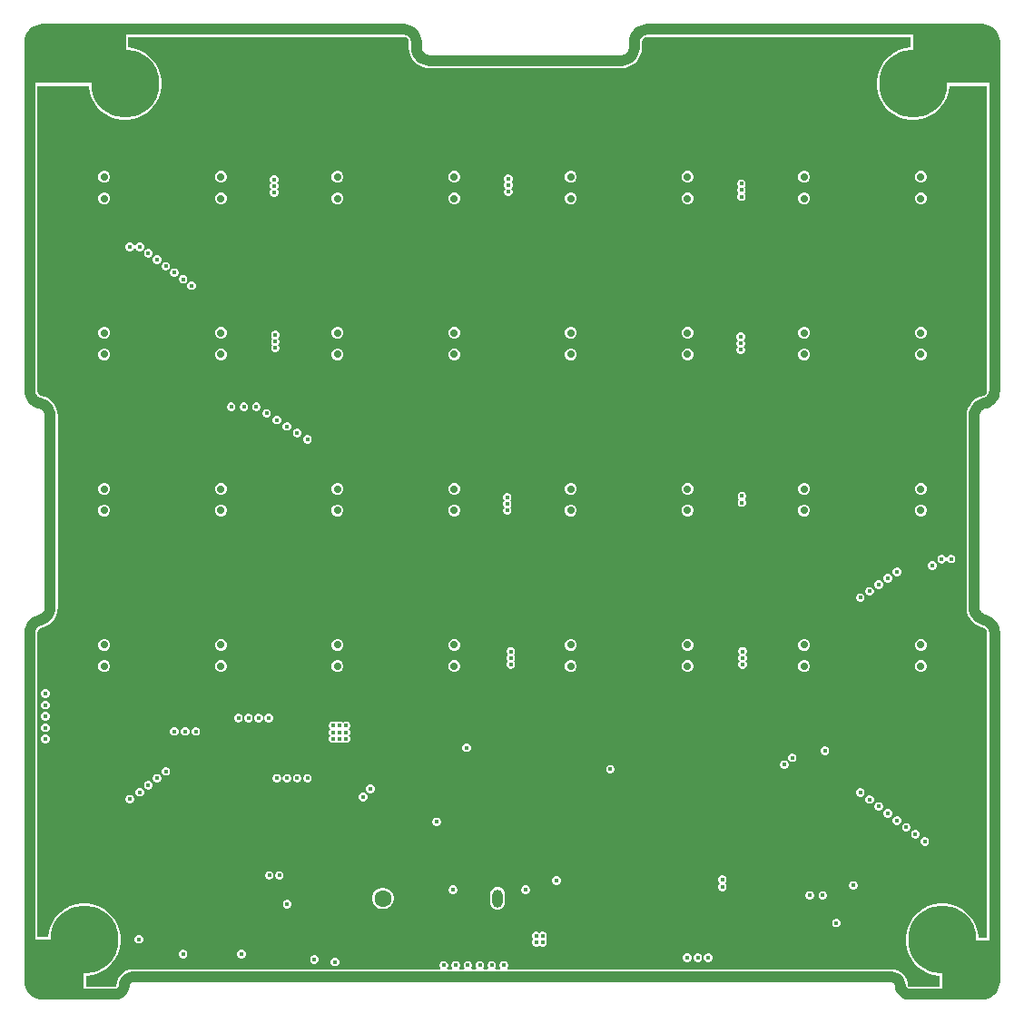
<source format=gbr>
G04*
G04 #@! TF.GenerationSoftware,Altium Limited,Altium Designer,24.1.2 (44)*
G04*
G04 Layer_Physical_Order=2*
G04 Layer_Color=36540*
%FSLAX44Y44*%
%MOMM*%
G71*
G04*
G04 #@! TF.SameCoordinates,32799FE6-DD90-4EFC-9ADB-317E97FF397D*
G04*
G04*
G04 #@! TF.FilePolarity,Positive*
G04*
G01*
G75*
%ADD17C,1.0000*%
%ADD53R,4.8100X4.6900*%
%ADD54R,7.5100X4.6900*%
%ADD55R,8.6100X4.8600*%
%ADD56R,4.8300X4.9900*%
%ADD59C,1.6000*%
%ADD60O,0.9500X1.7000*%
%ADD61C,6.3500*%
%ADD62C,1.5240*%
%ADD63C,0.7000*%
%ADD64C,0.4000*%
%ADD65C,0.3500*%
G36*
X575900Y892940D02*
X821461D01*
Y882950D01*
X821144D01*
X815897Y882119D01*
X810844Y880477D01*
X806111Y878066D01*
X801813Y874943D01*
X798057Y871187D01*
X794934Y866889D01*
X792523Y862156D01*
X790881Y857103D01*
X790050Y851856D01*
Y846544D01*
X790881Y841297D01*
X792523Y836245D01*
X794934Y831511D01*
X798057Y827213D01*
X801813Y823457D01*
X806111Y820334D01*
X810844Y817923D01*
X815897Y816281D01*
X821144Y815450D01*
X826456D01*
X831703Y816281D01*
X836756Y817923D01*
X841489Y820334D01*
X845787Y823457D01*
X849543Y827213D01*
X852666Y831511D01*
X855077Y836245D01*
X856719Y841297D01*
X857550Y846544D01*
Y847261D01*
X892930D01*
Y562890D01*
X892941Y562803D01*
X892580Y560989D01*
X891503Y559377D01*
X890033Y558395D01*
X888836Y558090D01*
X888246Y557892D01*
X887629Y557636D01*
X885494Y556989D01*
X882193Y555224D01*
X879300Y552850D01*
X876926Y549957D01*
X875161Y546656D01*
X874075Y543075D01*
X873708Y539350D01*
X873740D01*
Y360650D01*
X873708D01*
X874075Y356925D01*
X875161Y353344D01*
X876926Y350043D01*
X879300Y347150D01*
X882193Y344776D01*
X885494Y343011D01*
X887706Y342340D01*
X887928Y342260D01*
X888246Y342128D01*
X888836Y341930D01*
X890033Y341625D01*
X891503Y340643D01*
X892580Y339031D01*
X892723Y338314D01*
X892930Y337130D01*
X892930Y337130D01*
X892940Y335864D01*
Y52939D01*
X884650D01*
Y53452D01*
X883819Y58699D01*
X882177Y63751D01*
X879766Y68484D01*
X876643Y72782D01*
X872887Y76539D01*
X868589Y79661D01*
X863856Y82073D01*
X858803Y83715D01*
X853556Y84545D01*
X848244D01*
X842997Y83715D01*
X837944Y82073D01*
X833211Y79661D01*
X828913Y76539D01*
X825157Y72782D01*
X822034Y68484D01*
X819623Y63751D01*
X817981Y58699D01*
X817150Y53452D01*
Y48139D01*
X817981Y42892D01*
X819623Y37840D01*
X822034Y33107D01*
X825157Y28809D01*
X828913Y25052D01*
X833211Y21930D01*
X837944Y19518D01*
X842997Y17877D01*
X848244Y17046D01*
X848661D01*
Y7060D01*
X820000D01*
X819990Y7059D01*
X819929Y7085D01*
X819073Y8000D01*
X818783Y10941D01*
X817925Y13768D01*
X816532Y16374D01*
X814658Y18658D01*
X812374Y20532D01*
X809768Y21925D01*
X806941Y22783D01*
X804000Y23073D01*
Y23060D01*
X804000Y23060D01*
X445713D01*
X445187Y24330D01*
X445491Y24634D01*
X446100Y26104D01*
Y27696D01*
X445491Y29166D01*
X444366Y30291D01*
X442896Y30900D01*
X441304D01*
X439834Y30291D01*
X438709Y29166D01*
X438100Y27696D01*
Y26104D01*
X438709Y24634D01*
X439013Y24330D01*
X438487Y23060D01*
X434513D01*
X433987Y24330D01*
X434291Y24634D01*
X434900Y26104D01*
Y27696D01*
X434291Y29166D01*
X433166Y30291D01*
X431696Y30900D01*
X430104D01*
X428634Y30291D01*
X427509Y29166D01*
X426900Y27696D01*
Y26104D01*
X427509Y24634D01*
X427813Y24330D01*
X427287Y23060D01*
X423313D01*
X422787Y24330D01*
X423091Y24634D01*
X423700Y26104D01*
Y27696D01*
X423091Y29166D01*
X421966Y30291D01*
X420496Y30900D01*
X418904D01*
X417434Y30291D01*
X416309Y29166D01*
X415700Y27696D01*
Y26104D01*
X416309Y24634D01*
X416613Y24330D01*
X416087Y23060D01*
X412113D01*
X411587Y24330D01*
X411891Y24634D01*
X412500Y26104D01*
Y27696D01*
X411891Y29166D01*
X410766Y30291D01*
X409296Y30900D01*
X407704D01*
X406234Y30291D01*
X405109Y29166D01*
X404500Y27696D01*
Y26104D01*
X405109Y24634D01*
X405413Y24330D01*
X404887Y23060D01*
X400913D01*
X400387Y24330D01*
X400691Y24634D01*
X401300Y26104D01*
Y27696D01*
X400691Y29166D01*
X399566Y30291D01*
X398096Y30900D01*
X396504D01*
X395034Y30291D01*
X393909Y29166D01*
X393300Y27696D01*
Y26104D01*
X393909Y24634D01*
X394213Y24330D01*
X393687Y23060D01*
X389713D01*
X389187Y24330D01*
X389491Y24634D01*
X390100Y26104D01*
Y27696D01*
X389491Y29166D01*
X388366Y30291D01*
X386896Y30900D01*
X385304D01*
X383834Y30291D01*
X382709Y29166D01*
X382100Y27696D01*
Y26104D01*
X382709Y24634D01*
X383013Y24330D01*
X382487Y23060D01*
X96000D01*
X96000Y23060D01*
Y23073D01*
X93060Y22783D01*
X90232Y21925D01*
X87626Y20532D01*
X85342Y18658D01*
X83468Y16374D01*
X82075Y13768D01*
X81217Y10941D01*
X80927Y8000D01*
X80071Y7085D01*
X80010Y7059D01*
X80000Y7060D01*
X52639D01*
Y17046D01*
X53456D01*
X58703Y17877D01*
X63755Y19518D01*
X68489Y21930D01*
X72787Y25052D01*
X76543Y28809D01*
X79666Y33107D01*
X82077Y37840D01*
X83719Y42892D01*
X84550Y48139D01*
Y53452D01*
X83719Y58699D01*
X82077Y63751D01*
X79666Y68484D01*
X76543Y72782D01*
X72787Y76539D01*
X68489Y79661D01*
X63755Y82073D01*
X58703Y83715D01*
X53456Y84545D01*
X48144D01*
X42897Y83715D01*
X37845Y82073D01*
X33111Y79661D01*
X28813Y76539D01*
X25057Y72782D01*
X21934Y68484D01*
X19523Y63751D01*
X17881Y58699D01*
X17111Y53839D01*
X7060D01*
Y337150D01*
X7049Y337237D01*
X7410Y339051D01*
X8487Y340663D01*
X9956Y341645D01*
X11154Y341950D01*
X11744Y342148D01*
X11800Y342171D01*
X12296Y342341D01*
X14506Y343011D01*
X17807Y344776D01*
X20700Y347150D01*
X23074Y350043D01*
X24839Y353344D01*
X25925Y356925D01*
X26292Y360650D01*
X26260D01*
Y539350D01*
X26292D01*
X25925Y543075D01*
X24839Y546656D01*
X23074Y549957D01*
X20700Y552850D01*
X17807Y555224D01*
X14506Y556989D01*
X12287Y557662D01*
X11767Y557839D01*
X11734Y557852D01*
X11144Y558050D01*
X9947Y558355D01*
X8477Y559337D01*
X7400Y560949D01*
X7044Y562736D01*
X7060Y562860D01*
Y847261D01*
X55150D01*
Y846544D01*
X55981Y841297D01*
X57623Y836245D01*
X60034Y831511D01*
X63157Y827213D01*
X66913Y823457D01*
X71211Y820334D01*
X75944Y817923D01*
X80997Y816281D01*
X86244Y815450D01*
X91556D01*
X96803Y816281D01*
X101855Y817923D01*
X106589Y820334D01*
X110887Y823457D01*
X114643Y827213D01*
X117766Y831511D01*
X120177Y836245D01*
X121819Y841297D01*
X122650Y846544D01*
Y851856D01*
X121819Y857103D01*
X120177Y862156D01*
X117766Y866889D01*
X114643Y871187D01*
X110887Y874943D01*
X106589Y878066D01*
X101855Y880477D01*
X96803Y882119D01*
X91556Y882950D01*
X91539D01*
Y892940D01*
X348700D01*
X348787Y892951D01*
X350601Y892590D01*
X352213Y891513D01*
X353290Y889901D01*
X353651Y888087D01*
X353640Y888000D01*
Y882700D01*
X353608D01*
X353975Y878975D01*
X355061Y875394D01*
X356826Y872093D01*
X359200Y869200D01*
X362093Y866826D01*
X365394Y865061D01*
X368975Y863975D01*
X372700Y863608D01*
Y863640D01*
X551900D01*
Y863608D01*
X555625Y863975D01*
X559206Y865061D01*
X562507Y866826D01*
X565400Y869200D01*
X567774Y872093D01*
X569539Y875394D01*
X570625Y878975D01*
X570992Y882700D01*
X570960D01*
X570960Y882700D01*
Y886736D01*
X570960Y886763D01*
X570960Y888000D01*
X571167Y889184D01*
X571310Y889901D01*
X572387Y891513D01*
X573999Y892590D01*
X575813Y892951D01*
X575900Y892940D01*
D02*
G37*
%LPC*%
G36*
X832255Y767779D02*
X830068D01*
X828046Y766941D01*
X826499Y765394D01*
X825661Y763373D01*
Y761185D01*
X826499Y759163D01*
X828046Y757616D01*
X830068Y756779D01*
X832255D01*
X834277Y757616D01*
X835824Y759163D01*
X836662Y761185D01*
Y763373D01*
X835824Y765394D01*
X834277Y766941D01*
X832255Y767779D01*
D02*
G37*
G36*
X723456D02*
X721267D01*
X719246Y766941D01*
X717699Y765394D01*
X716861Y763373D01*
Y761185D01*
X717699Y759163D01*
X719246Y757616D01*
X721267Y756779D01*
X723456D01*
X725477Y757616D01*
X727024Y759163D01*
X727861Y761185D01*
Y763373D01*
X727024Y765394D01*
X725477Y766941D01*
X723456Y767779D01*
D02*
G37*
G36*
X614655D02*
X612467D01*
X610446Y766941D01*
X608899Y765394D01*
X608061Y763373D01*
Y761185D01*
X608899Y759163D01*
X610446Y757616D01*
X612467Y756779D01*
X614655D01*
X616677Y757616D01*
X618224Y759163D01*
X619062Y761185D01*
Y763373D01*
X618224Y765394D01*
X616677Y766941D01*
X614655Y767779D01*
D02*
G37*
G36*
X505855D02*
X503667D01*
X501646Y766941D01*
X500099Y765394D01*
X499262Y763373D01*
Y761185D01*
X500099Y759163D01*
X501646Y757616D01*
X503667Y756779D01*
X505855D01*
X507877Y757616D01*
X509424Y759163D01*
X510261Y761185D01*
Y763373D01*
X509424Y765394D01*
X507877Y766941D01*
X505855Y767779D01*
D02*
G37*
G36*
X397056D02*
X394868D01*
X392846Y766941D01*
X391299Y765394D01*
X390462Y763373D01*
Y761185D01*
X391299Y759163D01*
X392846Y757616D01*
X394868Y756779D01*
X397056D01*
X399077Y757616D01*
X400624Y759163D01*
X401461Y761185D01*
Y763373D01*
X400624Y765394D01*
X399077Y766941D01*
X397056Y767779D01*
D02*
G37*
G36*
X288256D02*
X286068D01*
X284046Y766941D01*
X282499Y765394D01*
X281662Y763373D01*
Y761185D01*
X282499Y759163D01*
X284046Y757616D01*
X286068Y756779D01*
X288256D01*
X290277Y757616D01*
X291824Y759163D01*
X292661Y761185D01*
Y763373D01*
X291824Y765394D01*
X290277Y766941D01*
X288256Y767779D01*
D02*
G37*
G36*
X179456D02*
X177268D01*
X175246Y766941D01*
X173699Y765394D01*
X172862Y763373D01*
Y761185D01*
X173699Y759163D01*
X175246Y757616D01*
X177268Y756779D01*
X179456D01*
X181477Y757616D01*
X183024Y759163D01*
X183862Y761185D01*
Y763373D01*
X183024Y765394D01*
X181477Y766941D01*
X179456Y767779D01*
D02*
G37*
G36*
X70656D02*
X68468D01*
X66446Y766941D01*
X64899Y765394D01*
X64062Y763373D01*
Y761185D01*
X64899Y759163D01*
X66446Y757616D01*
X68468Y756779D01*
X70656D01*
X72677Y757616D01*
X74224Y759163D01*
X75062Y761185D01*
Y763373D01*
X74224Y765394D01*
X72677Y766941D01*
X70656Y767779D01*
D02*
G37*
G36*
X446996Y764550D02*
X445404D01*
X443934Y763941D01*
X442809Y762816D01*
X442200Y761346D01*
Y759754D01*
X442809Y758284D01*
X443568Y757525D01*
X442809Y756766D01*
X442200Y755296D01*
Y753704D01*
X442809Y752234D01*
X443568Y751475D01*
X442809Y750716D01*
X442200Y749246D01*
Y747654D01*
X442809Y746184D01*
X443934Y745059D01*
X445404Y744450D01*
X446996D01*
X448466Y745059D01*
X449591Y746184D01*
X450200Y747654D01*
Y749246D01*
X449591Y750716D01*
X448832Y751475D01*
X449591Y752234D01*
X450200Y753704D01*
Y755296D01*
X449591Y756766D01*
X448832Y757525D01*
X449591Y758284D01*
X450200Y759754D01*
Y761346D01*
X449591Y762816D01*
X448466Y763941D01*
X446996Y764550D01*
D02*
G37*
G36*
X228596Y763950D02*
X227004D01*
X225534Y763341D01*
X224409Y762216D01*
X223800Y760746D01*
Y759154D01*
X224409Y757684D01*
X225168Y756925D01*
X224409Y756166D01*
X223800Y754696D01*
Y753104D01*
X224409Y751634D01*
X225168Y750875D01*
X224409Y750116D01*
X223800Y748646D01*
Y747054D01*
X224409Y745584D01*
X225534Y744459D01*
X227004Y743850D01*
X228596D01*
X230066Y744459D01*
X231191Y745584D01*
X231800Y747054D01*
Y748646D01*
X231191Y750116D01*
X230432Y750875D01*
X231191Y751634D01*
X231800Y753104D01*
Y754696D01*
X231191Y756166D01*
X230432Y756925D01*
X231191Y757684D01*
X231800Y759154D01*
Y760746D01*
X231191Y762216D01*
X230066Y763341D01*
X228596Y763950D01*
D02*
G37*
G36*
X664396Y760000D02*
X662804D01*
X661334Y759391D01*
X660209Y758266D01*
X659600Y756796D01*
Y755204D01*
X660209Y753734D01*
X660968Y752975D01*
X660209Y752216D01*
X659600Y750746D01*
Y749154D01*
X660209Y747684D01*
X660968Y746925D01*
X660209Y746166D01*
X659600Y744696D01*
Y743104D01*
X660209Y741634D01*
X661334Y740509D01*
X662804Y739900D01*
X664396D01*
X665866Y740509D01*
X666991Y741634D01*
X667600Y743104D01*
Y744696D01*
X666991Y746166D01*
X666232Y746925D01*
X666991Y747684D01*
X667600Y749154D01*
Y750746D01*
X666991Y752216D01*
X666232Y752975D01*
X666991Y753734D01*
X667600Y755204D01*
Y756796D01*
X666991Y758266D01*
X665866Y759391D01*
X664396Y760000D01*
D02*
G37*
G36*
X179456Y747780D02*
X177268D01*
X175246Y746943D01*
X173699Y745396D01*
X172862Y743374D01*
Y741186D01*
X173699Y739165D01*
X175246Y737617D01*
X177268Y736780D01*
X179456D01*
X181477Y737617D01*
X183024Y739165D01*
X183862Y741186D01*
Y743374D01*
X183024Y745396D01*
X181477Y746943D01*
X179456Y747780D01*
D02*
G37*
G36*
X832255Y747778D02*
X830068D01*
X828046Y746941D01*
X826499Y745394D01*
X825661Y743373D01*
Y741184D01*
X826499Y739163D01*
X828046Y737616D01*
X830068Y736779D01*
X832255D01*
X834277Y737616D01*
X835824Y739163D01*
X836662Y741184D01*
Y743373D01*
X835824Y745394D01*
X834277Y746941D01*
X832255Y747778D01*
D02*
G37*
G36*
X723456D02*
X721267D01*
X719246Y746941D01*
X717699Y745394D01*
X716861Y743373D01*
Y741184D01*
X717699Y739163D01*
X719246Y737616D01*
X721267Y736779D01*
X723456D01*
X725477Y737616D01*
X727024Y739163D01*
X727861Y741184D01*
Y743373D01*
X727024Y745394D01*
X725477Y746941D01*
X723456Y747778D01*
D02*
G37*
G36*
X614655D02*
X612467D01*
X610446Y746941D01*
X608899Y745394D01*
X608061Y743373D01*
Y741184D01*
X608899Y739163D01*
X610446Y737616D01*
X612467Y736779D01*
X614655D01*
X616677Y737616D01*
X618224Y739163D01*
X619062Y741184D01*
Y743373D01*
X618224Y745394D01*
X616677Y746941D01*
X614655Y747778D01*
D02*
G37*
G36*
X505855D02*
X503667D01*
X501646Y746941D01*
X500099Y745394D01*
X499262Y743373D01*
Y741184D01*
X500099Y739163D01*
X501646Y737616D01*
X503667Y736779D01*
X505855D01*
X507877Y737616D01*
X509424Y739163D01*
X510261Y741184D01*
Y743373D01*
X509424Y745394D01*
X507877Y746941D01*
X505855Y747778D01*
D02*
G37*
G36*
X397056D02*
X394868D01*
X392846Y746941D01*
X391299Y745394D01*
X390462Y743373D01*
Y741184D01*
X391299Y739163D01*
X392846Y737616D01*
X394868Y736779D01*
X397056D01*
X399077Y737616D01*
X400624Y739163D01*
X401461Y741184D01*
Y743373D01*
X400624Y745394D01*
X399077Y746941D01*
X397056Y747778D01*
D02*
G37*
G36*
X288256D02*
X286068D01*
X284046Y746941D01*
X282499Y745394D01*
X281662Y743373D01*
Y741184D01*
X282499Y739163D01*
X284046Y737616D01*
X286068Y736779D01*
X288256D01*
X290277Y737616D01*
X291824Y739163D01*
X292661Y741184D01*
Y743373D01*
X291824Y745394D01*
X290277Y746941D01*
X288256Y747778D01*
D02*
G37*
G36*
X70656D02*
X68468D01*
X66446Y746941D01*
X64899Y745394D01*
X64062Y743373D01*
Y741184D01*
X64899Y739163D01*
X66446Y737616D01*
X68468Y736779D01*
X70656D01*
X72677Y737616D01*
X74224Y739163D01*
X75062Y741184D01*
Y743373D01*
X74224Y745394D01*
X72677Y746941D01*
X70656Y747778D01*
D02*
G37*
G36*
X103376Y701100D02*
X101784D01*
X100314Y700491D01*
X99189Y699366D01*
X98580Y697896D01*
X97400D01*
X96791Y699366D01*
X95666Y700491D01*
X94196Y701100D01*
X92604D01*
X91134Y700491D01*
X90009Y699366D01*
X89400Y697896D01*
Y696304D01*
X90009Y694834D01*
X91134Y693709D01*
X92604Y693100D01*
X94196D01*
X95666Y693709D01*
X96791Y694834D01*
X97400Y696304D01*
X98580D01*
X99189Y694834D01*
X100314Y693709D01*
X101784Y693100D01*
X103376D01*
X104846Y693709D01*
X105971Y694834D01*
X106580Y696304D01*
Y697896D01*
X105971Y699366D01*
X104846Y700491D01*
X103376Y701100D01*
D02*
G37*
G36*
X111446Y695067D02*
X109854D01*
X108384Y694458D01*
X107259Y693332D01*
X106650Y691862D01*
Y690271D01*
X107259Y688801D01*
X108384Y687675D01*
X109854Y687067D01*
X111446D01*
X112916Y687675D01*
X114041Y688801D01*
X114650Y690271D01*
Y691862D01*
X114041Y693332D01*
X112916Y694458D01*
X111446Y695067D01*
D02*
G37*
G36*
X119516Y689033D02*
X117924D01*
X116454Y688424D01*
X115329Y687299D01*
X114720Y685829D01*
Y684238D01*
X115329Y682767D01*
X116454Y681642D01*
X117924Y681033D01*
X119516D01*
X120986Y681642D01*
X122111Y682767D01*
X122720Y684238D01*
Y685829D01*
X122111Y687299D01*
X120986Y688424D01*
X119516Y689033D01*
D02*
G37*
G36*
X127586Y683000D02*
X125994D01*
X124524Y682391D01*
X123399Y681266D01*
X122790Y679796D01*
Y678204D01*
X123399Y676734D01*
X124524Y675609D01*
X125994Y675000D01*
X127586D01*
X129056Y675609D01*
X130181Y676734D01*
X130790Y678204D01*
Y679796D01*
X130181Y681266D01*
X129056Y682391D01*
X127586Y683000D01*
D02*
G37*
G36*
X135656Y676967D02*
X134064D01*
X132594Y676358D01*
X131469Y675232D01*
X130860Y673762D01*
Y672171D01*
X131469Y670701D01*
X132594Y669576D01*
X134064Y668967D01*
X135656D01*
X137126Y669576D01*
X138251Y670701D01*
X138860Y672171D01*
Y673762D01*
X138251Y675232D01*
X137126Y676358D01*
X135656Y676967D01*
D02*
G37*
G36*
X143726Y670933D02*
X142134D01*
X140664Y670324D01*
X139539Y669199D01*
X138930Y667729D01*
Y666138D01*
X139539Y664668D01*
X140664Y663542D01*
X142134Y662933D01*
X143726D01*
X145196Y663542D01*
X146321Y664668D01*
X146930Y666138D01*
Y667729D01*
X146321Y669199D01*
X145196Y670324D01*
X143726Y670933D01*
D02*
G37*
G36*
X151796Y664900D02*
X150204D01*
X148734Y664291D01*
X147609Y663166D01*
X147000Y661696D01*
Y660104D01*
X147609Y658634D01*
X148734Y657509D01*
X150204Y656900D01*
X151796D01*
X153266Y657509D01*
X154391Y658634D01*
X155000Y660104D01*
Y661696D01*
X154391Y663166D01*
X153266Y664291D01*
X151796Y664900D01*
D02*
G37*
G36*
X832255Y622312D02*
X830068D01*
X828046Y621475D01*
X826499Y619927D01*
X825661Y617906D01*
Y615718D01*
X826499Y613696D01*
X828046Y612149D01*
X830068Y611312D01*
X832255D01*
X834277Y612149D01*
X835824Y613696D01*
X836662Y615718D01*
Y617906D01*
X835824Y619927D01*
X834277Y621475D01*
X832255Y622312D01*
D02*
G37*
G36*
X723456D02*
X721267D01*
X719246Y621475D01*
X717699Y619927D01*
X716861Y617906D01*
Y615718D01*
X717699Y613696D01*
X719246Y612149D01*
X721267Y611312D01*
X723456D01*
X725477Y612149D01*
X727024Y613696D01*
X727861Y615718D01*
Y617906D01*
X727024Y619927D01*
X725477Y621475D01*
X723456Y622312D01*
D02*
G37*
G36*
X614655D02*
X612467D01*
X610446Y621475D01*
X608899Y619927D01*
X608061Y617906D01*
Y615718D01*
X608899Y613696D01*
X610446Y612149D01*
X612467Y611312D01*
X614655D01*
X616677Y612149D01*
X618224Y613696D01*
X619062Y615718D01*
Y617906D01*
X618224Y619927D01*
X616677Y621475D01*
X614655Y622312D01*
D02*
G37*
G36*
X505855D02*
X503667D01*
X501646Y621475D01*
X500099Y619927D01*
X499262Y617906D01*
Y615718D01*
X500099Y613696D01*
X501646Y612149D01*
X503667Y611312D01*
X505855D01*
X507877Y612149D01*
X509424Y613696D01*
X510261Y615718D01*
Y617906D01*
X509424Y619927D01*
X507877Y621475D01*
X505855Y622312D01*
D02*
G37*
G36*
X397056D02*
X394868D01*
X392846Y621475D01*
X391299Y619927D01*
X390462Y617906D01*
Y615718D01*
X391299Y613696D01*
X392846Y612149D01*
X394868Y611312D01*
X397056D01*
X399077Y612149D01*
X400624Y613696D01*
X401461Y615718D01*
Y617906D01*
X400624Y619927D01*
X399077Y621475D01*
X397056Y622312D01*
D02*
G37*
G36*
X288256D02*
X286068D01*
X284046Y621475D01*
X282499Y619927D01*
X281662Y617906D01*
Y615718D01*
X282499Y613696D01*
X284046Y612149D01*
X286068Y611312D01*
X288256D01*
X290277Y612149D01*
X291824Y613696D01*
X292661Y615718D01*
Y617906D01*
X291824Y619927D01*
X290277Y621475D01*
X288256Y622312D01*
D02*
G37*
G36*
X179456D02*
X177268D01*
X175246Y621475D01*
X173699Y619927D01*
X172862Y617906D01*
Y615718D01*
X173699Y613696D01*
X175246Y612149D01*
X177268Y611312D01*
X179456D01*
X181477Y612149D01*
X183024Y613696D01*
X183862Y615718D01*
Y617906D01*
X183024Y619927D01*
X181477Y621475D01*
X179456Y622312D01*
D02*
G37*
G36*
X70656D02*
X68468D01*
X66446Y621475D01*
X64899Y619927D01*
X64062Y617906D01*
Y615718D01*
X64899Y613696D01*
X66446Y612149D01*
X68468Y611312D01*
X70656D01*
X72677Y612149D01*
X74224Y613696D01*
X75062Y615718D01*
Y617906D01*
X74224Y619927D01*
X72677Y621475D01*
X70656Y622312D01*
D02*
G37*
G36*
X229794Y618775D02*
X228202D01*
X226732Y618166D01*
X225607Y617041D01*
X224998Y615570D01*
Y613979D01*
X225607Y612509D01*
X226366Y611750D01*
X225607Y610991D01*
X224998Y609520D01*
Y607929D01*
X225607Y606459D01*
X226366Y605700D01*
X225607Y604941D01*
X224998Y603470D01*
Y601879D01*
X225607Y600409D01*
X226732Y599284D01*
X228202Y598675D01*
X229794D01*
X231264Y599284D01*
X232389Y600409D01*
X232998Y601879D01*
Y603470D01*
X232389Y604941D01*
X231630Y605700D01*
X232389Y606459D01*
X232998Y607929D01*
Y609520D01*
X232389Y610991D01*
X231630Y611750D01*
X232389Y612509D01*
X232998Y613979D01*
Y615570D01*
X232389Y617041D01*
X231264Y618166D01*
X229794Y618775D01*
D02*
G37*
G36*
X663896Y617050D02*
X662304D01*
X660834Y616441D01*
X659709Y615316D01*
X659100Y613846D01*
Y612254D01*
X659709Y610784D01*
X660468Y610025D01*
X659709Y609266D01*
X659100Y607796D01*
Y606204D01*
X659709Y604734D01*
X660468Y603975D01*
X659709Y603216D01*
X659100Y601746D01*
Y600154D01*
X659709Y598684D01*
X660834Y597559D01*
X662304Y596950D01*
X663896D01*
X665366Y597559D01*
X666491Y598684D01*
X667100Y600154D01*
Y601746D01*
X666491Y603216D01*
X665732Y603975D01*
X666491Y604734D01*
X667100Y606204D01*
Y607796D01*
X666491Y609266D01*
X665732Y610025D01*
X666491Y610784D01*
X667100Y612254D01*
Y613846D01*
X666491Y615316D01*
X665366Y616441D01*
X663896Y617050D01*
D02*
G37*
G36*
X832255Y602312D02*
X830068D01*
X828046Y601474D01*
X826499Y599927D01*
X825661Y597906D01*
Y595718D01*
X826499Y593696D01*
X828046Y592149D01*
X830068Y591312D01*
X832255D01*
X834277Y592149D01*
X835824Y593696D01*
X836662Y595718D01*
Y597906D01*
X835824Y599927D01*
X834277Y601474D01*
X832255Y602312D01*
D02*
G37*
G36*
X723456D02*
X721267D01*
X719246Y601474D01*
X717699Y599927D01*
X716861Y597906D01*
Y595718D01*
X717699Y593696D01*
X719246Y592149D01*
X721267Y591312D01*
X723456D01*
X725477Y592149D01*
X727024Y593696D01*
X727861Y595718D01*
Y597906D01*
X727024Y599927D01*
X725477Y601474D01*
X723456Y602312D01*
D02*
G37*
G36*
X614655D02*
X612467D01*
X610446Y601474D01*
X608899Y599927D01*
X608061Y597906D01*
Y595718D01*
X608899Y593696D01*
X610446Y592149D01*
X612467Y591312D01*
X614655D01*
X616677Y592149D01*
X618224Y593696D01*
X619062Y595718D01*
Y597906D01*
X618224Y599927D01*
X616677Y601474D01*
X614655Y602312D01*
D02*
G37*
G36*
X505855D02*
X503667D01*
X501646Y601474D01*
X500099Y599927D01*
X499262Y597906D01*
Y595718D01*
X500099Y593696D01*
X501646Y592149D01*
X503667Y591312D01*
X505855D01*
X507877Y592149D01*
X509424Y593696D01*
X510261Y595718D01*
Y597906D01*
X509424Y599927D01*
X507877Y601474D01*
X505855Y602312D01*
D02*
G37*
G36*
X397056D02*
X394868D01*
X392846Y601474D01*
X391299Y599927D01*
X390462Y597906D01*
Y595718D01*
X391299Y593696D01*
X392846Y592149D01*
X394868Y591312D01*
X397056D01*
X399077Y592149D01*
X400624Y593696D01*
X401461Y595718D01*
Y597906D01*
X400624Y599927D01*
X399077Y601474D01*
X397056Y602312D01*
D02*
G37*
G36*
X288256D02*
X286068D01*
X284046Y601474D01*
X282499Y599927D01*
X281662Y597906D01*
Y595718D01*
X282499Y593696D01*
X284046Y592149D01*
X286068Y591312D01*
X288256D01*
X290277Y592149D01*
X291824Y593696D01*
X292661Y595718D01*
Y597906D01*
X291824Y599927D01*
X290277Y601474D01*
X288256Y602312D01*
D02*
G37*
G36*
X179456D02*
X177268D01*
X175246Y601474D01*
X173699Y599927D01*
X172862Y597906D01*
Y595718D01*
X173699Y593696D01*
X175246Y592149D01*
X177268Y591312D01*
X179456D01*
X181477Y592149D01*
X183024Y593696D01*
X183862Y595718D01*
Y597906D01*
X183024Y599927D01*
X181477Y601474D01*
X179456Y602312D01*
D02*
G37*
G36*
X70656D02*
X68468D01*
X66446Y601474D01*
X64899Y599927D01*
X64062Y597906D01*
Y595718D01*
X64899Y593696D01*
X66446Y592149D01*
X68468Y591312D01*
X70656D01*
X72677Y592149D01*
X74224Y593696D01*
X75062Y595718D01*
Y597906D01*
X74224Y599927D01*
X72677Y601474D01*
X70656Y602312D01*
D02*
G37*
G36*
X212190Y551800D02*
X210599D01*
X209128Y551191D01*
X208003Y550066D01*
X207394Y548596D01*
Y547004D01*
X208003Y545534D01*
X209128Y544409D01*
X210599Y543800D01*
X212190D01*
X213660Y544409D01*
X214785Y545534D01*
X215394Y547004D01*
Y548596D01*
X214785Y550066D01*
X213660Y551191D01*
X212190Y551800D01*
D02*
G37*
G36*
X200443D02*
X198852D01*
X197381Y551191D01*
X196256Y550066D01*
X195647Y548596D01*
Y547004D01*
X196256Y545534D01*
X197381Y544409D01*
X198852Y543800D01*
X200443D01*
X201913Y544409D01*
X203038Y545534D01*
X203647Y547004D01*
Y548596D01*
X203038Y550066D01*
X201913Y551191D01*
X200443Y551800D01*
D02*
G37*
G36*
X188696D02*
X187104D01*
X185634Y551191D01*
X184509Y550066D01*
X183900Y548596D01*
Y547004D01*
X184509Y545534D01*
X185634Y544409D01*
X187104Y543800D01*
X188696D01*
X190166Y544409D01*
X191291Y545534D01*
X191900Y547004D01*
Y548596D01*
X191291Y550066D01*
X190166Y551191D01*
X188696Y551800D01*
D02*
G37*
G36*
X221711Y545720D02*
X220120D01*
X218650Y545111D01*
X217524Y543986D01*
X216915Y542516D01*
Y540924D01*
X217524Y539454D01*
X218650Y538329D01*
X220120Y537720D01*
X221711D01*
X223181Y538329D01*
X224307Y539454D01*
X224915Y540924D01*
Y542516D01*
X224307Y543986D01*
X223181Y545111D01*
X221711Y545720D01*
D02*
G37*
G36*
X231232Y539640D02*
X229641D01*
X228171Y539031D01*
X227045Y537906D01*
X226437Y536436D01*
Y534844D01*
X227045Y533374D01*
X228171Y532249D01*
X229641Y531640D01*
X231232D01*
X232702Y532249D01*
X233828Y533374D01*
X234437Y534844D01*
Y536436D01*
X233828Y537906D01*
X232702Y539031D01*
X231232Y539640D01*
D02*
G37*
G36*
X240753Y533560D02*
X239162D01*
X237692Y532951D01*
X236567Y531826D01*
X235958Y530356D01*
Y528764D01*
X236567Y527294D01*
X237692Y526169D01*
X239162Y525560D01*
X240753D01*
X242223Y526169D01*
X243349Y527294D01*
X243958Y528764D01*
Y530356D01*
X243349Y531826D01*
X242223Y532951D01*
X240753Y533560D01*
D02*
G37*
G36*
X250275Y527480D02*
X248683D01*
X247213Y526871D01*
X246088Y525746D01*
X245479Y524276D01*
Y522684D01*
X246088Y521214D01*
X247213Y520089D01*
X248683Y519480D01*
X250275D01*
X251745Y520089D01*
X252870Y521214D01*
X253479Y522684D01*
Y524276D01*
X252870Y525746D01*
X251745Y526871D01*
X250275Y527480D01*
D02*
G37*
G36*
X259796Y521400D02*
X258204D01*
X256734Y520791D01*
X255609Y519666D01*
X255000Y518196D01*
Y516604D01*
X255609Y515134D01*
X256734Y514009D01*
X258204Y513400D01*
X259796D01*
X261266Y514009D01*
X262391Y515134D01*
X263000Y516604D01*
Y518196D01*
X262391Y519666D01*
X261266Y520791D01*
X259796Y521400D01*
D02*
G37*
G36*
X832255Y476845D02*
X830068D01*
X828046Y476008D01*
X826499Y474461D01*
X825661Y472439D01*
Y470251D01*
X826499Y468230D01*
X828046Y466683D01*
X830068Y465845D01*
X832255D01*
X834277Y466683D01*
X835824Y468230D01*
X836662Y470251D01*
Y472439D01*
X835824Y474461D01*
X834277Y476008D01*
X832255Y476845D01*
D02*
G37*
G36*
X723456D02*
X721267D01*
X719246Y476008D01*
X717699Y474461D01*
X716861Y472439D01*
Y470251D01*
X717699Y468230D01*
X719246Y466683D01*
X721267Y465845D01*
X723456D01*
X725477Y466683D01*
X727024Y468230D01*
X727861Y470251D01*
Y472439D01*
X727024Y474461D01*
X725477Y476008D01*
X723456Y476845D01*
D02*
G37*
G36*
X614655D02*
X612467D01*
X610446Y476008D01*
X608899Y474461D01*
X608061Y472439D01*
Y470251D01*
X608899Y468230D01*
X610446Y466683D01*
X612467Y465845D01*
X614655D01*
X616677Y466683D01*
X618224Y468230D01*
X619062Y470251D01*
Y472439D01*
X618224Y474461D01*
X616677Y476008D01*
X614655Y476845D01*
D02*
G37*
G36*
X505855D02*
X503667D01*
X501646Y476008D01*
X500099Y474461D01*
X499262Y472439D01*
Y470251D01*
X500099Y468230D01*
X501646Y466683D01*
X503667Y465845D01*
X505855D01*
X507877Y466683D01*
X509424Y468230D01*
X510261Y470251D01*
Y472439D01*
X509424Y474461D01*
X507877Y476008D01*
X505855Y476845D01*
D02*
G37*
G36*
X397056D02*
X394868D01*
X392846Y476008D01*
X391299Y474461D01*
X390462Y472439D01*
Y470251D01*
X391299Y468230D01*
X392846Y466683D01*
X394868Y465845D01*
X397056D01*
X399077Y466683D01*
X400624Y468230D01*
X401461Y470251D01*
Y472439D01*
X400624Y474461D01*
X399077Y476008D01*
X397056Y476845D01*
D02*
G37*
G36*
X288256D02*
X286068D01*
X284046Y476008D01*
X282499Y474461D01*
X281662Y472439D01*
Y470251D01*
X282499Y468230D01*
X284046Y466683D01*
X286068Y465845D01*
X288256D01*
X290277Y466683D01*
X291824Y468230D01*
X292661Y470251D01*
Y472439D01*
X291824Y474461D01*
X290277Y476008D01*
X288256Y476845D01*
D02*
G37*
G36*
X179456D02*
X177268D01*
X175246Y476008D01*
X173699Y474461D01*
X172862Y472439D01*
Y470251D01*
X173699Y468230D01*
X175246Y466683D01*
X177268Y465845D01*
X179456D01*
X181477Y466683D01*
X183024Y468230D01*
X183862Y470251D01*
Y472439D01*
X183024Y474461D01*
X181477Y476008D01*
X179456Y476845D01*
D02*
G37*
G36*
X70656D02*
X68468D01*
X66446Y476008D01*
X64899Y474461D01*
X64062Y472439D01*
Y470251D01*
X64899Y468230D01*
X66446Y466683D01*
X68468Y465845D01*
X70656D01*
X72677Y466683D01*
X74224Y468230D01*
X75062Y470251D01*
Y472439D01*
X74224Y474461D01*
X72677Y476008D01*
X70656Y476845D01*
D02*
G37*
G36*
X665096Y468650D02*
X663504D01*
X662034Y468041D01*
X660909Y466916D01*
X660300Y465446D01*
Y463854D01*
X660909Y462384D01*
X661668Y461625D01*
X660909Y460866D01*
X660300Y459396D01*
Y457804D01*
X660909Y456334D01*
X662034Y455209D01*
X663504Y454600D01*
X665096D01*
X666566Y455209D01*
X667691Y456334D01*
X668300Y457804D01*
Y459396D01*
X667691Y460866D01*
X666932Y461625D01*
X667691Y462384D01*
X668300Y463854D01*
Y465446D01*
X667691Y466916D01*
X666566Y468041D01*
X665096Y468650D01*
D02*
G37*
G36*
X445996Y467400D02*
X444404D01*
X442934Y466791D01*
X441809Y465666D01*
X441200Y464196D01*
Y462604D01*
X441809Y461134D01*
X442568Y460375D01*
X441809Y459616D01*
X441200Y458146D01*
Y456554D01*
X441809Y455084D01*
X442568Y454325D01*
X441809Y453566D01*
X441200Y452096D01*
Y450504D01*
X441809Y449034D01*
X442934Y447909D01*
X444404Y447300D01*
X445996D01*
X447466Y447909D01*
X448591Y449034D01*
X449200Y450504D01*
Y452096D01*
X448591Y453566D01*
X447832Y454325D01*
X448591Y455084D01*
X449200Y456554D01*
Y458146D01*
X448591Y459616D01*
X447832Y460375D01*
X448591Y461134D01*
X449200Y462604D01*
Y464196D01*
X448591Y465666D01*
X447466Y466791D01*
X445996Y467400D01*
D02*
G37*
G36*
X832255Y456845D02*
X830068D01*
X828046Y456008D01*
X826499Y454461D01*
X825661Y452439D01*
Y450251D01*
X826499Y448230D01*
X828046Y446683D01*
X830068Y445845D01*
X832255D01*
X834277Y446683D01*
X835824Y448230D01*
X836662Y450251D01*
Y452439D01*
X835824Y454461D01*
X834277Y456008D01*
X832255Y456845D01*
D02*
G37*
G36*
X723456D02*
X721267D01*
X719246Y456008D01*
X717699Y454461D01*
X716861Y452439D01*
Y450251D01*
X717699Y448230D01*
X719246Y446683D01*
X721267Y445845D01*
X723456D01*
X725477Y446683D01*
X727024Y448230D01*
X727861Y450251D01*
Y452439D01*
X727024Y454461D01*
X725477Y456008D01*
X723456Y456845D01*
D02*
G37*
G36*
X614655D02*
X612467D01*
X610446Y456008D01*
X608899Y454461D01*
X608061Y452439D01*
Y450251D01*
X608899Y448230D01*
X610446Y446683D01*
X612467Y445845D01*
X614655D01*
X616677Y446683D01*
X618224Y448230D01*
X619062Y450251D01*
Y452439D01*
X618224Y454461D01*
X616677Y456008D01*
X614655Y456845D01*
D02*
G37*
G36*
X505855D02*
X503667D01*
X501646Y456008D01*
X500099Y454461D01*
X499262Y452439D01*
Y450251D01*
X500099Y448230D01*
X501646Y446683D01*
X503667Y445845D01*
X505855D01*
X507877Y446683D01*
X509424Y448230D01*
X510261Y450251D01*
Y452439D01*
X509424Y454461D01*
X507877Y456008D01*
X505855Y456845D01*
D02*
G37*
G36*
X397056D02*
X394868D01*
X392846Y456008D01*
X391299Y454461D01*
X390462Y452439D01*
Y450251D01*
X391299Y448230D01*
X392846Y446683D01*
X394868Y445845D01*
X397056D01*
X399077Y446683D01*
X400624Y448230D01*
X401461Y450251D01*
Y452439D01*
X400624Y454461D01*
X399077Y456008D01*
X397056Y456845D01*
D02*
G37*
G36*
X288256D02*
X286068D01*
X284046Y456008D01*
X282499Y454461D01*
X281662Y452439D01*
Y450251D01*
X282499Y448230D01*
X284046Y446683D01*
X286068Y445845D01*
X288256D01*
X290277Y446683D01*
X291824Y448230D01*
X292661Y450251D01*
Y452439D01*
X291824Y454461D01*
X290277Y456008D01*
X288256Y456845D01*
D02*
G37*
G36*
X179456D02*
X177268D01*
X175246Y456008D01*
X173699Y454461D01*
X172862Y452439D01*
Y450251D01*
X173699Y448230D01*
X175246Y446683D01*
X177268Y445845D01*
X179456D01*
X181477Y446683D01*
X183024Y448230D01*
X183862Y450251D01*
Y452439D01*
X183024Y454461D01*
X181477Y456008D01*
X179456Y456845D01*
D02*
G37*
G36*
X70656D02*
X68468D01*
X66446Y456008D01*
X64899Y454461D01*
X64062Y452439D01*
Y450251D01*
X64899Y448230D01*
X66446Y446683D01*
X68468Y445845D01*
X70656D01*
X72677Y446683D01*
X74224Y448230D01*
X75062Y450251D01*
Y452439D01*
X74224Y454461D01*
X72677Y456008D01*
X70656Y456845D01*
D02*
G37*
G36*
X859996Y410000D02*
X858404D01*
X856934Y409391D01*
X855809Y408266D01*
X855567Y407681D01*
X854192D01*
X853991Y408166D01*
X852866Y409291D01*
X851396Y409900D01*
X849804D01*
X848334Y409291D01*
X847209Y408166D01*
X846600Y406696D01*
Y405104D01*
X847209Y403634D01*
X848334Y402509D01*
X849804Y401900D01*
X851396D01*
X852866Y402509D01*
X853991Y403634D01*
X854233Y404219D01*
X855608D01*
X855809Y403734D01*
X856934Y402609D01*
X858404Y402000D01*
X859996D01*
X861466Y402609D01*
X862591Y403734D01*
X863200Y405204D01*
Y406796D01*
X862591Y408266D01*
X861466Y409391D01*
X859996Y410000D01*
D02*
G37*
G36*
X842696Y403900D02*
X841104D01*
X839634Y403291D01*
X838509Y402166D01*
X837900Y400696D01*
Y399104D01*
X838509Y397634D01*
X839634Y396509D01*
X841104Y395900D01*
X842696D01*
X844166Y396509D01*
X845291Y397634D01*
X845900Y399104D01*
Y400696D01*
X845291Y402166D01*
X844166Y403291D01*
X842696Y403900D01*
D02*
G37*
G36*
X809696Y397900D02*
X808104D01*
X806634Y397291D01*
X805509Y396166D01*
X804900Y394696D01*
Y393104D01*
X805509Y391634D01*
X806634Y390509D01*
X808104Y389900D01*
X809696D01*
X811166Y390509D01*
X812291Y391634D01*
X812900Y393104D01*
Y394696D01*
X812291Y396166D01*
X811166Y397291D01*
X809696Y397900D01*
D02*
G37*
G36*
X801121Y391898D02*
X799529D01*
X798059Y391288D01*
X796934Y390163D01*
X796325Y388693D01*
Y387102D01*
X796934Y385632D01*
X798059Y384506D01*
X799529Y383898D01*
X801121D01*
X802591Y384506D01*
X803716Y385632D01*
X804325Y387102D01*
Y388693D01*
X803716Y390163D01*
X802591Y391288D01*
X801121Y391898D01*
D02*
G37*
G36*
X792546Y385895D02*
X790954D01*
X789484Y385286D01*
X788359Y384161D01*
X787750Y382691D01*
Y381099D01*
X788359Y379629D01*
X789484Y378504D01*
X790954Y377895D01*
X792546D01*
X794016Y378504D01*
X795141Y379629D01*
X795750Y381099D01*
Y382691D01*
X795141Y384161D01*
X794016Y385286D01*
X792546Y385895D01*
D02*
G37*
G36*
X783971Y379893D02*
X782379D01*
X780909Y379283D01*
X779784Y378158D01*
X779175Y376688D01*
Y375097D01*
X779784Y373627D01*
X780909Y372501D01*
X782379Y371893D01*
X783971D01*
X785441Y372501D01*
X786566Y373627D01*
X787175Y375097D01*
Y376688D01*
X786566Y378158D01*
X785441Y379283D01*
X783971Y379893D01*
D02*
G37*
G36*
X775396Y373890D02*
X773804D01*
X772334Y373281D01*
X771209Y372156D01*
X770600Y370686D01*
Y369094D01*
X771209Y367624D01*
X772334Y366499D01*
X773804Y365890D01*
X775396D01*
X776866Y366499D01*
X777991Y367624D01*
X778600Y369094D01*
Y370686D01*
X777991Y372156D01*
X776866Y373281D01*
X775396Y373890D01*
D02*
G37*
G36*
X832255Y331379D02*
X830068D01*
X828046Y330541D01*
X826499Y328994D01*
X825661Y326973D01*
Y324785D01*
X826499Y322763D01*
X828046Y321216D01*
X830068Y320379D01*
X832255D01*
X834277Y321216D01*
X835824Y322763D01*
X836662Y324785D01*
Y326973D01*
X835824Y328994D01*
X834277Y330541D01*
X832255Y331379D01*
D02*
G37*
G36*
X723456D02*
X721267D01*
X719246Y330541D01*
X717699Y328994D01*
X716861Y326973D01*
Y324785D01*
X717699Y322763D01*
X719246Y321216D01*
X721267Y320379D01*
X723456D01*
X725477Y321216D01*
X727024Y322763D01*
X727861Y324785D01*
Y326973D01*
X727024Y328994D01*
X725477Y330541D01*
X723456Y331379D01*
D02*
G37*
G36*
X614655D02*
X612467D01*
X610446Y330541D01*
X608899Y328994D01*
X608061Y326973D01*
Y324785D01*
X608899Y322763D01*
X610446Y321216D01*
X612467Y320379D01*
X614655D01*
X616677Y321216D01*
X618224Y322763D01*
X619062Y324785D01*
Y326973D01*
X618224Y328994D01*
X616677Y330541D01*
X614655Y331379D01*
D02*
G37*
G36*
X505855D02*
X503667D01*
X501646Y330541D01*
X500099Y328994D01*
X499262Y326973D01*
Y324785D01*
X500099Y322763D01*
X501646Y321216D01*
X503667Y320379D01*
X505855D01*
X507877Y321216D01*
X509424Y322763D01*
X510261Y324785D01*
Y326973D01*
X509424Y328994D01*
X507877Y330541D01*
X505855Y331379D01*
D02*
G37*
G36*
X397056D02*
X394868D01*
X392846Y330541D01*
X391299Y328994D01*
X390462Y326973D01*
Y324785D01*
X391299Y322763D01*
X392846Y321216D01*
X394868Y320379D01*
X397056D01*
X399077Y321216D01*
X400624Y322763D01*
X401461Y324785D01*
Y326973D01*
X400624Y328994D01*
X399077Y330541D01*
X397056Y331379D01*
D02*
G37*
G36*
X288256D02*
X286068D01*
X284046Y330541D01*
X282499Y328994D01*
X281662Y326973D01*
Y324785D01*
X282499Y322763D01*
X284046Y321216D01*
X286068Y320379D01*
X288256D01*
X290277Y321216D01*
X291824Y322763D01*
X292661Y324785D01*
Y326973D01*
X291824Y328994D01*
X290277Y330541D01*
X288256Y331379D01*
D02*
G37*
G36*
X179456D02*
X177268D01*
X175246Y330541D01*
X173699Y328994D01*
X172862Y326973D01*
Y324785D01*
X173699Y322763D01*
X175246Y321216D01*
X177268Y320379D01*
X179456D01*
X181477Y321216D01*
X183024Y322763D01*
X183862Y324785D01*
Y326973D01*
X183024Y328994D01*
X181477Y330541D01*
X179456Y331379D01*
D02*
G37*
G36*
X70656D02*
X68468D01*
X66446Y330541D01*
X64899Y328994D01*
X64062Y326973D01*
Y324785D01*
X64899Y322763D01*
X66446Y321216D01*
X68468Y320379D01*
X70656D01*
X72677Y321216D01*
X74224Y322763D01*
X75062Y324785D01*
Y326973D01*
X74224Y328994D01*
X72677Y330541D01*
X70656Y331379D01*
D02*
G37*
G36*
X665496Y323800D02*
X663904D01*
X662434Y323191D01*
X661309Y322066D01*
X660700Y320596D01*
Y319004D01*
X661309Y317534D01*
X662068Y316775D01*
X661309Y316016D01*
X660700Y314546D01*
Y312954D01*
X661309Y311484D01*
X662068Y310725D01*
X661309Y309966D01*
X660700Y308496D01*
Y306904D01*
X661309Y305434D01*
X662434Y304309D01*
X663904Y303700D01*
X665496D01*
X666966Y304309D01*
X668091Y305434D01*
X668700Y306904D01*
Y308496D01*
X668091Y309966D01*
X667332Y310725D01*
X668091Y311484D01*
X668700Y312954D01*
Y314546D01*
X668091Y316016D01*
X667332Y316775D01*
X668091Y317534D01*
X668700Y319004D01*
Y320596D01*
X668091Y322066D01*
X666966Y323191D01*
X665496Y323800D01*
D02*
G37*
G36*
X449296D02*
X447704D01*
X446234Y323191D01*
X445109Y322066D01*
X444500Y320596D01*
Y319004D01*
X445109Y317534D01*
X445868Y316775D01*
X445109Y316016D01*
X444500Y314546D01*
Y312954D01*
X445109Y311484D01*
X445868Y310725D01*
X445109Y309966D01*
X444500Y308496D01*
Y306904D01*
X445109Y305434D01*
X446234Y304309D01*
X447704Y303700D01*
X449296D01*
X450766Y304309D01*
X451891Y305434D01*
X452500Y306904D01*
Y308496D01*
X451891Y309966D01*
X451132Y310725D01*
X451891Y311484D01*
X452500Y312954D01*
Y314546D01*
X451891Y316016D01*
X451132Y316775D01*
X451891Y317534D01*
X452500Y319004D01*
Y320596D01*
X451891Y322066D01*
X450766Y323191D01*
X449296Y323800D01*
D02*
G37*
G36*
X832255Y311378D02*
X830068D01*
X828046Y310541D01*
X826499Y308994D01*
X825661Y306973D01*
Y304785D01*
X826499Y302763D01*
X828046Y301216D01*
X830068Y300379D01*
X832255D01*
X834277Y301216D01*
X835824Y302763D01*
X836662Y304785D01*
Y306973D01*
X835824Y308994D01*
X834277Y310541D01*
X832255Y311378D01*
D02*
G37*
G36*
X723456D02*
X721267D01*
X719246Y310541D01*
X717699Y308994D01*
X716861Y306973D01*
Y304785D01*
X717699Y302763D01*
X719246Y301216D01*
X721267Y300379D01*
X723456D01*
X725477Y301216D01*
X727024Y302763D01*
X727861Y304785D01*
Y306973D01*
X727024Y308994D01*
X725477Y310541D01*
X723456Y311378D01*
D02*
G37*
G36*
X614655D02*
X612467D01*
X610446Y310541D01*
X608899Y308994D01*
X608061Y306973D01*
Y304785D01*
X608899Y302763D01*
X610446Y301216D01*
X612467Y300379D01*
X614655D01*
X616677Y301216D01*
X618224Y302763D01*
X619062Y304785D01*
Y306973D01*
X618224Y308994D01*
X616677Y310541D01*
X614655Y311378D01*
D02*
G37*
G36*
X505855D02*
X503667D01*
X501646Y310541D01*
X500099Y308994D01*
X499262Y306973D01*
Y304785D01*
X500099Y302763D01*
X501646Y301216D01*
X503667Y300379D01*
X505855D01*
X507877Y301216D01*
X509424Y302763D01*
X510261Y304785D01*
Y306973D01*
X509424Y308994D01*
X507877Y310541D01*
X505855Y311378D01*
D02*
G37*
G36*
X397056D02*
X394868D01*
X392846Y310541D01*
X391299Y308994D01*
X390462Y306973D01*
Y304785D01*
X391299Y302763D01*
X392846Y301216D01*
X394868Y300379D01*
X397056D01*
X399077Y301216D01*
X400624Y302763D01*
X401461Y304785D01*
Y306973D01*
X400624Y308994D01*
X399077Y310541D01*
X397056Y311378D01*
D02*
G37*
G36*
X288256D02*
X286068D01*
X284046Y310541D01*
X282499Y308994D01*
X281662Y306973D01*
Y304785D01*
X282499Y302763D01*
X284046Y301216D01*
X286068Y300379D01*
X288256D01*
X290277Y301216D01*
X291824Y302763D01*
X292661Y304785D01*
Y306973D01*
X291824Y308994D01*
X290277Y310541D01*
X288256Y311378D01*
D02*
G37*
G36*
X179456D02*
X177268D01*
X175246Y310541D01*
X173699Y308994D01*
X172862Y306973D01*
Y304785D01*
X173699Y302763D01*
X175246Y301216D01*
X177268Y300379D01*
X179456D01*
X181477Y301216D01*
X183024Y302763D01*
X183862Y304785D01*
Y306973D01*
X183024Y308994D01*
X181477Y310541D01*
X179456Y311378D01*
D02*
G37*
G36*
X70656D02*
X68468D01*
X66446Y310541D01*
X64899Y308994D01*
X64062Y306973D01*
Y304785D01*
X64899Y302763D01*
X66446Y301216D01*
X68468Y300379D01*
X70656D01*
X72677Y301216D01*
X74224Y302763D01*
X75062Y304785D01*
Y306973D01*
X74224Y308994D01*
X72677Y310541D01*
X70656Y311378D01*
D02*
G37*
G36*
X15496Y284350D02*
X13904D01*
X12434Y283741D01*
X11309Y282616D01*
X10700Y281146D01*
Y279554D01*
X11309Y278084D01*
X12434Y276959D01*
X13904Y276350D01*
X15496D01*
X16966Y276959D01*
X18091Y278084D01*
X18700Y279554D01*
Y281146D01*
X18091Y282616D01*
X16966Y283741D01*
X15496Y284350D01*
D02*
G37*
G36*
Y273762D02*
X13904D01*
X12434Y273153D01*
X11309Y272028D01*
X10700Y270558D01*
Y268967D01*
X11309Y267497D01*
X12434Y266371D01*
X13904Y265763D01*
X15496D01*
X16966Y266371D01*
X18091Y267497D01*
X18700Y268967D01*
Y270558D01*
X18091Y272028D01*
X16966Y273153D01*
X15496Y273762D01*
D02*
G37*
G36*
Y263175D02*
X13904D01*
X12434Y262566D01*
X11309Y261441D01*
X10700Y259971D01*
Y258379D01*
X11309Y256909D01*
X12434Y255784D01*
X13904Y255175D01*
X15496D01*
X16966Y255784D01*
X18091Y256909D01*
X18700Y258379D01*
Y259971D01*
X18091Y261441D01*
X16966Y262566D01*
X15496Y263175D01*
D02*
G37*
G36*
X223596Y261500D02*
X222004D01*
X220534Y260891D01*
X219409Y259766D01*
X218800Y258296D01*
Y256704D01*
X219409Y255234D01*
X220534Y254109D01*
X222004Y253500D01*
X223596D01*
X225066Y254109D01*
X226191Y255234D01*
X226800Y256704D01*
Y258296D01*
X226191Y259766D01*
X225066Y260891D01*
X223596Y261500D01*
D02*
G37*
G36*
X214170D02*
X212578D01*
X211108Y260891D01*
X209983Y259766D01*
X209374Y258296D01*
Y256704D01*
X209983Y255234D01*
X211108Y254109D01*
X212578Y253500D01*
X214170D01*
X215640Y254109D01*
X216765Y255234D01*
X217374Y256704D01*
Y258296D01*
X216765Y259766D01*
X215640Y260891D01*
X214170Y261500D01*
D02*
G37*
G36*
X204743D02*
X203152D01*
X201682Y260891D01*
X200557Y259766D01*
X199948Y258296D01*
Y256704D01*
X200557Y255234D01*
X201682Y254109D01*
X203152Y253500D01*
X204743D01*
X206214Y254109D01*
X207339Y255234D01*
X207948Y256704D01*
Y258296D01*
X207339Y259766D01*
X206214Y260891D01*
X204743Y261500D01*
D02*
G37*
G36*
X195317D02*
X193726D01*
X192256Y260891D01*
X191131Y259766D01*
X190522Y258296D01*
Y256704D01*
X191131Y255234D01*
X192256Y254109D01*
X193726Y253500D01*
X195317D01*
X196787Y254109D01*
X197913Y255234D01*
X198522Y256704D01*
Y258296D01*
X197913Y259766D01*
X196787Y260891D01*
X195317Y261500D01*
D02*
G37*
G36*
X295846Y254400D02*
X294254D01*
X292784Y253791D01*
X292025Y253032D01*
X291266Y253791D01*
X289796Y254400D01*
X288204D01*
X286734Y253791D01*
X285975Y253032D01*
X285216Y253791D01*
X283746Y254400D01*
X282154D01*
X280684Y253791D01*
X279559Y252666D01*
X278950Y251196D01*
Y249604D01*
X279559Y248134D01*
X280318Y247375D01*
X279559Y246616D01*
X278950Y245146D01*
Y243554D01*
X279559Y242084D01*
X280318Y241325D01*
X279559Y240566D01*
X278950Y239096D01*
Y237504D01*
X279559Y236034D01*
X280684Y234909D01*
X282154Y234300D01*
X283746D01*
X285216Y234909D01*
X285975Y235668D01*
X286734Y234909D01*
X288204Y234300D01*
X289796D01*
X291266Y234909D01*
X292025Y235668D01*
X292784Y234909D01*
X294254Y234300D01*
X295846D01*
X297316Y234909D01*
X298441Y236034D01*
X299050Y237504D01*
Y239096D01*
X298441Y240566D01*
X297682Y241325D01*
X298441Y242084D01*
X299050Y243554D01*
Y245146D01*
X298441Y246616D01*
X297682Y247375D01*
X298441Y248134D01*
X299050Y249604D01*
Y251196D01*
X298441Y252666D01*
X297316Y253791D01*
X295846Y254400D01*
D02*
G37*
G36*
X15496Y252588D02*
X13904D01*
X12434Y251978D01*
X11309Y250853D01*
X10700Y249383D01*
Y247792D01*
X11309Y246322D01*
X12434Y245196D01*
X13904Y244587D01*
X15496D01*
X16966Y245196D01*
X18091Y246322D01*
X18700Y247792D01*
Y249383D01*
X18091Y250853D01*
X16966Y251978D01*
X15496Y252588D01*
D02*
G37*
G36*
X155642Y249100D02*
X154051D01*
X152580Y248491D01*
X151455Y247366D01*
X150846Y245896D01*
Y244304D01*
X151455Y242834D01*
X152580Y241709D01*
X154051Y241100D01*
X155642D01*
X157112Y241709D01*
X158237Y242834D01*
X158846Y244304D01*
Y245896D01*
X158237Y247366D01*
X157112Y248491D01*
X155642Y249100D01*
D02*
G37*
G36*
X145649D02*
X144057D01*
X142587Y248491D01*
X141462Y247366D01*
X140853Y245896D01*
Y244304D01*
X141462Y242834D01*
X142587Y241709D01*
X144057Y241100D01*
X145649D01*
X147119Y241709D01*
X148244Y242834D01*
X148853Y244304D01*
Y245896D01*
X148244Y247366D01*
X147119Y248491D01*
X145649Y249100D01*
D02*
G37*
G36*
X135656D02*
X134064D01*
X132594Y248491D01*
X131469Y247366D01*
X130860Y245896D01*
Y244304D01*
X131469Y242834D01*
X132594Y241709D01*
X134064Y241100D01*
X135656D01*
X137126Y241709D01*
X138251Y242834D01*
X138860Y244304D01*
Y245896D01*
X138251Y247366D01*
X137126Y248491D01*
X135656Y249100D01*
D02*
G37*
G36*
X15496Y242000D02*
X13904D01*
X12434Y241391D01*
X11309Y240266D01*
X10700Y238796D01*
Y237204D01*
X11309Y235734D01*
X12434Y234609D01*
X13904Y234000D01*
X15496D01*
X16966Y234609D01*
X18091Y235734D01*
X18700Y237204D01*
Y238796D01*
X18091Y240266D01*
X16966Y241391D01*
X15496Y242000D01*
D02*
G37*
G36*
X408297Y234000D02*
X406706D01*
X405235Y233391D01*
X404110Y232266D01*
X403501Y230796D01*
Y229204D01*
X404110Y227734D01*
X405235Y226609D01*
X406706Y226000D01*
X408297D01*
X409767Y226609D01*
X410892Y227734D01*
X411501Y229204D01*
Y230796D01*
X410892Y232266D01*
X409767Y233391D01*
X408297Y234000D01*
D02*
G37*
G36*
X742396Y231076D02*
X740804D01*
X739334Y230467D01*
X738209Y229342D01*
X737600Y227871D01*
Y226280D01*
X738209Y224810D01*
X739334Y223685D01*
X740804Y223076D01*
X742396D01*
X743866Y223685D01*
X744991Y224810D01*
X745600Y226280D01*
Y227871D01*
X744991Y229342D01*
X743866Y230467D01*
X742396Y231076D01*
D02*
G37*
G36*
X711896Y224576D02*
X710304D01*
X708834Y223967D01*
X707709Y222841D01*
X707100Y221371D01*
Y219780D01*
X707709Y218310D01*
X708834Y217185D01*
X710304Y216576D01*
X711896D01*
X713366Y217185D01*
X714491Y218310D01*
X715100Y219780D01*
Y221371D01*
X714491Y222841D01*
X713366Y223967D01*
X711896Y224576D01*
D02*
G37*
G36*
X704496Y218076D02*
X702904D01*
X701434Y217467D01*
X700309Y216341D01*
X699700Y214871D01*
Y213280D01*
X700309Y211810D01*
X701434Y210685D01*
X702904Y210075D01*
X704496D01*
X705966Y210685D01*
X707091Y211810D01*
X707700Y213280D01*
Y214871D01*
X707091Y216341D01*
X705966Y217467D01*
X704496Y218076D01*
D02*
G37*
G36*
X542196Y213900D02*
X540604D01*
X539134Y213291D01*
X538009Y212166D01*
X537400Y210696D01*
Y209104D01*
X538009Y207634D01*
X539134Y206509D01*
X540604Y205900D01*
X542196D01*
X543666Y206509D01*
X544791Y207634D01*
X545400Y209104D01*
Y210696D01*
X544791Y212166D01*
X543666Y213291D01*
X542196Y213900D01*
D02*
G37*
G36*
X127586Y211950D02*
X125994D01*
X124524Y211341D01*
X123399Y210216D01*
X122790Y208745D01*
Y207154D01*
X123399Y205684D01*
X124524Y204559D01*
X125994Y203950D01*
X127586D01*
X129056Y204559D01*
X130181Y205684D01*
X130790Y207154D01*
Y208745D01*
X130181Y210216D01*
X129056Y211341D01*
X127586Y211950D01*
D02*
G37*
G36*
X259796Y205450D02*
X258204D01*
X256734Y204841D01*
X255609Y203716D01*
X255000Y202246D01*
Y200654D01*
X255609Y199184D01*
X256734Y198059D01*
X258204Y197450D01*
X259796D01*
X261266Y198059D01*
X262391Y199184D01*
X263000Y200654D01*
Y202246D01*
X262391Y203716D01*
X261266Y204841D01*
X259796Y205450D01*
D02*
G37*
G36*
X250275D02*
X248683D01*
X247213Y204841D01*
X246088Y203716D01*
X245479Y202246D01*
Y200654D01*
X246088Y199184D01*
X247213Y198059D01*
X248683Y197450D01*
X250275D01*
X251745Y198059D01*
X252870Y199184D01*
X253479Y200654D01*
Y202246D01*
X252870Y203716D01*
X251745Y204841D01*
X250275Y205450D01*
D02*
G37*
G36*
X240753D02*
X239162D01*
X237692Y204841D01*
X236567Y203716D01*
X235958Y202246D01*
Y200654D01*
X236567Y199184D01*
X237692Y198059D01*
X239162Y197450D01*
X240753D01*
X242223Y198059D01*
X243349Y199184D01*
X243958Y200654D01*
Y202246D01*
X243349Y203716D01*
X242223Y204841D01*
X240753Y205450D01*
D02*
G37*
G36*
X231232D02*
X229641D01*
X228171Y204841D01*
X227045Y203716D01*
X226437Y202246D01*
Y200654D01*
X227045Y199184D01*
X228171Y198059D01*
X229641Y197450D01*
X231232D01*
X232702Y198059D01*
X233828Y199184D01*
X234436Y200654D01*
Y202246D01*
X233828Y203716D01*
X232702Y204841D01*
X231232Y205450D01*
D02*
G37*
G36*
X119516Y205450D02*
X117924D01*
X116454Y204841D01*
X115329Y203716D01*
X114720Y202246D01*
Y200654D01*
X115329Y199184D01*
X116454Y198059D01*
X117924Y197450D01*
X119516D01*
X120986Y198059D01*
X122111Y199184D01*
X122720Y200654D01*
Y202246D01*
X122111Y203716D01*
X120986Y204841D01*
X119516Y205450D01*
D02*
G37*
G36*
X111446Y198950D02*
X109854D01*
X108384Y198341D01*
X107259Y197216D01*
X106650Y195746D01*
Y194154D01*
X107259Y192684D01*
X108384Y191559D01*
X109854Y190950D01*
X111446D01*
X112916Y191559D01*
X114041Y192684D01*
X114650Y194154D01*
Y195746D01*
X114041Y197216D01*
X112916Y198341D01*
X111446Y198950D01*
D02*
G37*
G36*
X318496Y195400D02*
X316904D01*
X315434Y194791D01*
X314309Y193666D01*
X313700Y192196D01*
Y190604D01*
X314309Y189134D01*
X315434Y188009D01*
X316904Y187400D01*
X318496D01*
X319966Y188009D01*
X321091Y189134D01*
X321700Y190604D01*
Y192196D01*
X321091Y193666D01*
X319966Y194791D01*
X318496Y195400D01*
D02*
G37*
G36*
X103376Y192450D02*
X101784D01*
X100314Y191841D01*
X99189Y190716D01*
X98580Y189246D01*
Y187654D01*
X99189Y186184D01*
X100314Y185059D01*
X101784Y184450D01*
X103376D01*
X104846Y185059D01*
X105971Y186184D01*
X106580Y187654D01*
Y189246D01*
X105971Y190716D01*
X104846Y191841D01*
X103376Y192450D01*
D02*
G37*
G36*
X775396Y192076D02*
X773804D01*
X772334Y191467D01*
X771209Y190341D01*
X770600Y188871D01*
Y187280D01*
X771209Y185810D01*
X772334Y184685D01*
X773804Y184076D01*
X775396D01*
X776866Y184685D01*
X777991Y185810D01*
X778600Y187280D01*
Y188871D01*
X777991Y190341D01*
X776866Y191467D01*
X775396Y192076D01*
D02*
G37*
G36*
X311796Y188100D02*
X310204D01*
X308734Y187491D01*
X307609Y186366D01*
X307000Y184896D01*
Y183304D01*
X307609Y181834D01*
X308734Y180709D01*
X310204Y180100D01*
X311796D01*
X313266Y180709D01*
X314391Y181834D01*
X315000Y183304D01*
Y184896D01*
X314391Y186366D01*
X313266Y187491D01*
X311796Y188100D01*
D02*
G37*
G36*
X94196Y185950D02*
X92604D01*
X91134Y185341D01*
X90009Y184216D01*
X89400Y182746D01*
Y181154D01*
X90009Y179684D01*
X91134Y178559D01*
X92604Y177950D01*
X94196D01*
X95666Y178559D01*
X96791Y179684D01*
X97400Y181154D01*
Y182746D01*
X96791Y184216D01*
X95666Y185341D01*
X94196Y185950D01*
D02*
G37*
G36*
X783971Y185576D02*
X782379D01*
X780909Y184967D01*
X779784Y183841D01*
X779175Y182371D01*
Y180780D01*
X779784Y179310D01*
X780909Y178185D01*
X782379Y177576D01*
X783971D01*
X785441Y178185D01*
X786566Y179310D01*
X787175Y180780D01*
Y182371D01*
X786566Y183841D01*
X785441Y184967D01*
X783971Y185576D01*
D02*
G37*
G36*
X792546Y179076D02*
X790954D01*
X789484Y178467D01*
X788359Y177342D01*
X787750Y175871D01*
Y174280D01*
X788359Y172810D01*
X789484Y171685D01*
X790954Y171076D01*
X792546D01*
X794016Y171685D01*
X795141Y172810D01*
X795750Y174280D01*
Y175871D01*
X795141Y177342D01*
X794016Y178467D01*
X792546Y179076D01*
D02*
G37*
G36*
X801121Y172576D02*
X799529D01*
X798059Y171967D01*
X796934Y170842D01*
X796325Y169371D01*
Y167780D01*
X796934Y166310D01*
X798059Y165185D01*
X799529Y164576D01*
X801121D01*
X802591Y165185D01*
X803716Y166310D01*
X804325Y167780D01*
Y169371D01*
X803716Y170842D01*
X802591Y171967D01*
X801121Y172576D01*
D02*
G37*
G36*
X809696Y166076D02*
X808104D01*
X806634Y165467D01*
X805509Y164342D01*
X804900Y162871D01*
Y161280D01*
X805509Y159810D01*
X806634Y158685D01*
X808104Y158076D01*
X809696D01*
X811166Y158685D01*
X812291Y159810D01*
X812900Y161280D01*
Y162871D01*
X812291Y164342D01*
X811166Y165467D01*
X809696Y166076D01*
D02*
G37*
G36*
X380390Y164800D02*
X378799D01*
X377329Y164191D01*
X376204Y163066D01*
X375595Y161596D01*
Y160004D01*
X376204Y158534D01*
X377329Y157409D01*
X378799Y156800D01*
X380390D01*
X381861Y157409D01*
X382986Y158534D01*
X383595Y160004D01*
Y161596D01*
X382986Y163066D01*
X381861Y164191D01*
X380390Y164800D01*
D02*
G37*
G36*
X818270Y159576D02*
X816679D01*
X815209Y158967D01*
X814084Y157842D01*
X813475Y156371D01*
Y154780D01*
X814084Y153310D01*
X815209Y152185D01*
X816679Y151576D01*
X818270D01*
X819741Y152185D01*
X820866Y153310D01*
X821475Y154780D01*
Y156371D01*
X820866Y157842D01*
X819741Y158967D01*
X818270Y159576D01*
D02*
G37*
G36*
X826845Y153076D02*
X825254D01*
X823784Y152467D01*
X822659Y151342D01*
X822050Y149872D01*
Y148280D01*
X822659Y146810D01*
X823784Y145685D01*
X825254Y145076D01*
X826845D01*
X828316Y145685D01*
X829441Y146810D01*
X830050Y148280D01*
Y149872D01*
X829441Y151342D01*
X828316Y152467D01*
X826845Y153076D01*
D02*
G37*
G36*
X835420Y146576D02*
X833829D01*
X832359Y145967D01*
X831234Y144842D01*
X830625Y143371D01*
Y141780D01*
X831234Y140310D01*
X832359Y139185D01*
X833829Y138576D01*
X835420D01*
X836891Y139185D01*
X838016Y140310D01*
X838625Y141780D01*
Y143371D01*
X838016Y144842D01*
X836891Y145967D01*
X835420Y146576D01*
D02*
G37*
G36*
X233454Y114900D02*
X231863D01*
X230393Y114291D01*
X229268Y113166D01*
X228659Y111696D01*
Y110104D01*
X229268Y108634D01*
X230393Y107509D01*
X231863Y106900D01*
X233454D01*
X234925Y107509D01*
X236050Y108634D01*
X236659Y110104D01*
Y111696D01*
X236050Y113166D01*
X234925Y114291D01*
X233454Y114900D01*
D02*
G37*
G36*
X224096D02*
X222504D01*
X221034Y114291D01*
X219909Y113166D01*
X219300Y111696D01*
Y110104D01*
X219909Y108634D01*
X221034Y107509D01*
X222504Y106900D01*
X224096D01*
X225566Y107509D01*
X226691Y108634D01*
X227300Y110104D01*
Y111696D01*
X226691Y113166D01*
X225566Y114291D01*
X224096Y114900D01*
D02*
G37*
G36*
X492096Y110000D02*
X490504D01*
X489034Y109391D01*
X487909Y108266D01*
X487300Y106796D01*
Y105204D01*
X487909Y103734D01*
X489034Y102609D01*
X490504Y102000D01*
X492096D01*
X493566Y102609D01*
X494691Y103734D01*
X495300Y105204D01*
Y106796D01*
X494691Y108266D01*
X493566Y109391D01*
X492096Y110000D01*
D02*
G37*
G36*
X768759Y105500D02*
X767168D01*
X765698Y104891D01*
X764573Y103766D01*
X763964Y102296D01*
Y100704D01*
X764573Y99234D01*
X765698Y98109D01*
X767168Y97500D01*
X768759D01*
X770229Y98109D01*
X771355Y99234D01*
X771964Y100704D01*
Y102296D01*
X771355Y103766D01*
X770229Y104891D01*
X768759Y105500D01*
D02*
G37*
G36*
X646596Y110800D02*
X645004D01*
X643534Y110191D01*
X642409Y109066D01*
X641800Y107596D01*
Y106004D01*
X642409Y104534D01*
X643493Y103450D01*
X642509Y102466D01*
X641900Y100996D01*
Y99404D01*
X642509Y97934D01*
X643634Y96809D01*
X645104Y96200D01*
X646696D01*
X648166Y96809D01*
X649291Y97934D01*
X649900Y99404D01*
Y100996D01*
X649291Y102466D01*
X648207Y103550D01*
X649191Y104534D01*
X649800Y106004D01*
Y107596D01*
X649191Y109066D01*
X648066Y110191D01*
X646596Y110800D01*
D02*
G37*
G36*
X463396Y101400D02*
X461804D01*
X460334Y100791D01*
X459209Y99666D01*
X458600Y98196D01*
Y96604D01*
X459209Y95134D01*
X460334Y94009D01*
X461804Y93400D01*
X463396D01*
X464866Y94009D01*
X465991Y95134D01*
X466600Y96604D01*
Y98196D01*
X465991Y99666D01*
X464866Y100791D01*
X463396Y101400D01*
D02*
G37*
G36*
X395596D02*
X394004D01*
X392534Y100791D01*
X391409Y99666D01*
X390800Y98196D01*
Y96604D01*
X391409Y95134D01*
X392534Y94009D01*
X394004Y93400D01*
X395596D01*
X397066Y94009D01*
X398191Y95134D01*
X398800Y96604D01*
Y98196D01*
X398191Y99666D01*
X397066Y100791D01*
X395596Y101400D01*
D02*
G37*
G36*
X740396Y96200D02*
X738804D01*
X737334Y95591D01*
X736209Y94466D01*
X735600Y92996D01*
Y91404D01*
X736209Y89934D01*
X737334Y88809D01*
X738804Y88200D01*
X740396D01*
X741866Y88809D01*
X742991Y89934D01*
X743600Y91404D01*
Y92996D01*
X742991Y94466D01*
X741866Y95591D01*
X740396Y96200D01*
D02*
G37*
G36*
X728246D02*
X726654D01*
X725184Y95591D01*
X724059Y94466D01*
X723450Y92996D01*
Y91404D01*
X724059Y89934D01*
X725184Y88809D01*
X726654Y88200D01*
X728246D01*
X729716Y88809D01*
X730841Y89934D01*
X731450Y91404D01*
Y92996D01*
X730841Y94466D01*
X729716Y95591D01*
X728246Y96200D01*
D02*
G37*
G36*
X240896Y88000D02*
X239304D01*
X237834Y87391D01*
X236709Y86266D01*
X236100Y84796D01*
Y83204D01*
X236709Y81734D01*
X237834Y80609D01*
X239304Y80000D01*
X240896D01*
X242366Y80609D01*
X243491Y81734D01*
X244100Y83204D01*
Y84796D01*
X243491Y86266D01*
X242366Y87391D01*
X240896Y88000D01*
D02*
G37*
G36*
X330696Y99480D02*
X328064D01*
X325520Y98799D01*
X323240Y97482D01*
X321378Y95620D01*
X320061Y93340D01*
X319380Y90796D01*
Y88163D01*
X320061Y85620D01*
X321378Y83340D01*
X323240Y81478D01*
X325520Y80162D01*
X328064Y79480D01*
X330696D01*
X333240Y80162D01*
X335520Y81478D01*
X337382Y83340D01*
X338699Y85620D01*
X339380Y88163D01*
Y90796D01*
X338699Y93340D01*
X337382Y95620D01*
X335520Y97482D01*
X333240Y98799D01*
X330696Y99480D01*
D02*
G37*
G36*
X436380Y100038D02*
X434618Y99806D01*
X432976Y99126D01*
X431566Y98044D01*
X430484Y96634D01*
X429804Y94992D01*
X429572Y93230D01*
Y85730D01*
X429804Y83968D01*
X430484Y82326D01*
X431566Y80916D01*
X432976Y79834D01*
X434618Y79154D01*
X436380Y78922D01*
X438142Y79154D01*
X439784Y79834D01*
X441194Y80916D01*
X442276Y82326D01*
X442956Y83968D01*
X443188Y85730D01*
Y93230D01*
X442956Y94992D01*
X442276Y96634D01*
X441194Y98044D01*
X439784Y99126D01*
X438142Y99806D01*
X436380Y100038D01*
D02*
G37*
G36*
X753096Y70500D02*
X751504D01*
X750034Y69891D01*
X748909Y68766D01*
X748300Y67296D01*
Y65704D01*
X748909Y64234D01*
X750034Y63109D01*
X751504Y62500D01*
X753096D01*
X754566Y63109D01*
X755691Y64234D01*
X756300Y65704D01*
Y67296D01*
X755691Y68766D01*
X754566Y69891D01*
X753096Y70500D01*
D02*
G37*
G36*
X479146Y58400D02*
X477554D01*
X476084Y57791D01*
X475325Y57032D01*
X474566Y57791D01*
X473096Y58400D01*
X471504D01*
X470034Y57791D01*
X468909Y56666D01*
X468300Y55196D01*
Y53604D01*
X468909Y52134D01*
X469668Y51375D01*
X468909Y50616D01*
X468300Y49146D01*
Y47554D01*
X468909Y46084D01*
X470034Y44959D01*
X471504Y44350D01*
X473096D01*
X474566Y44959D01*
X475325Y45718D01*
X476084Y44959D01*
X477554Y44350D01*
X479146D01*
X480616Y44959D01*
X481741Y46084D01*
X482350Y47554D01*
Y49146D01*
X481741Y50616D01*
X480982Y51375D01*
X481741Y52134D01*
X482350Y53604D01*
Y55196D01*
X481741Y56666D01*
X480616Y57791D01*
X479146Y58400D01*
D02*
G37*
G36*
X102596Y55200D02*
X101004D01*
X99534Y54591D01*
X98409Y53466D01*
X97800Y51996D01*
Y50404D01*
X98409Y48934D01*
X99534Y47809D01*
X101004Y47200D01*
X102596D01*
X104066Y47809D01*
X105191Y48934D01*
X105800Y50404D01*
Y51996D01*
X105191Y53466D01*
X104066Y54591D01*
X102596Y55200D01*
D02*
G37*
G36*
X198096Y41450D02*
X196504D01*
X195034Y40841D01*
X193909Y39716D01*
X193300Y38246D01*
Y36654D01*
X193909Y35184D01*
X195034Y34059D01*
X196504Y33450D01*
X198096D01*
X199566Y34059D01*
X200691Y35184D01*
X201300Y36654D01*
Y38246D01*
X200691Y39716D01*
X199566Y40841D01*
X198096Y41450D01*
D02*
G37*
G36*
X143696Y41300D02*
X142104D01*
X140634Y40691D01*
X139509Y39566D01*
X138900Y38096D01*
Y36504D01*
X139509Y35034D01*
X140634Y33909D01*
X142104Y33300D01*
X143696D01*
X145166Y33909D01*
X146291Y35034D01*
X146900Y36504D01*
Y38096D01*
X146291Y39566D01*
X145166Y40691D01*
X143696Y41300D01*
D02*
G37*
G36*
X633596Y38000D02*
X632004D01*
X630534Y37391D01*
X629409Y36266D01*
X628800Y34796D01*
Y33204D01*
X629409Y31734D01*
X630534Y30609D01*
X632004Y30000D01*
X633596D01*
X635066Y30609D01*
X636191Y31734D01*
X636800Y33204D01*
Y34796D01*
X636191Y36266D01*
X635066Y37391D01*
X633596Y38000D01*
D02*
G37*
G36*
X623796D02*
X622204D01*
X620734Y37391D01*
X619609Y36266D01*
X619000Y34796D01*
Y33204D01*
X619609Y31734D01*
X620734Y30609D01*
X622204Y30000D01*
X623796D01*
X625266Y30609D01*
X626391Y31734D01*
X627000Y33204D01*
Y34796D01*
X626391Y36266D01*
X625266Y37391D01*
X623796Y38000D01*
D02*
G37*
G36*
X613996D02*
X612404D01*
X610934Y37391D01*
X609809Y36266D01*
X609200Y34796D01*
Y33204D01*
X609809Y31734D01*
X610934Y30609D01*
X612404Y30000D01*
X613996D01*
X615466Y30609D01*
X616591Y31734D01*
X617200Y33204D01*
Y34796D01*
X616591Y36266D01*
X615466Y37391D01*
X613996Y38000D01*
D02*
G37*
G36*
X266296Y36514D02*
X264704D01*
X263234Y35905D01*
X262109Y34780D01*
X261500Y33310D01*
Y31718D01*
X262109Y30248D01*
X263234Y29123D01*
X264704Y28514D01*
X266296D01*
X267766Y29123D01*
X268891Y30248D01*
X269500Y31718D01*
Y33310D01*
X268891Y34780D01*
X267766Y35905D01*
X266296Y36514D01*
D02*
G37*
G36*
X285396Y34100D02*
X283804D01*
X282334Y33491D01*
X281209Y32366D01*
X280600Y30896D01*
Y29304D01*
X281209Y27834D01*
X282334Y26709D01*
X283804Y26100D01*
X285396D01*
X286866Y26709D01*
X287991Y27834D01*
X288600Y29304D01*
Y30896D01*
X287991Y32366D01*
X286866Y33491D01*
X285396Y34100D01*
D02*
G37*
%LPD*%
D17*
X9916Y348968D02*
X7616Y348321D01*
X5489Y347230D01*
X3621Y345740D01*
X2085Y343910D01*
X942Y341811D01*
X238Y339528D01*
X0Y337150D01*
X360700Y882700D02*
X361001Y880030D01*
X361888Y877493D01*
X363318Y875218D01*
X365218Y873318D01*
X367493Y871888D01*
X370030Y871001D01*
X372700Y870700D01*
X360700Y888000D02*
X360399Y890670D01*
X359512Y893207D01*
X358082Y895482D01*
X356182Y897382D01*
X353907Y898812D01*
X351370Y899699D01*
X348700Y900000D01*
X812000Y8000D02*
X812392Y5528D01*
X813528Y3298D01*
X815298Y1528D01*
X817528Y391D01*
X820000Y0D01*
X575900Y900000D02*
X573230Y899699D01*
X570693Y898812D01*
X568418Y897382D01*
X566518Y895482D01*
X565088Y893207D01*
X564201Y890670D01*
X563900Y888000D01*
X812000Y8000D02*
X811609Y10472D01*
X810472Y12702D01*
X808702Y14472D01*
X806472Y15609D01*
X804000Y16000D01*
X551900Y870700D02*
X554570Y871001D01*
X557107Y871888D01*
X559382Y873318D01*
X561282Y875218D01*
X562712Y877493D01*
X563599Y880030D01*
X563900Y882700D01*
X12000Y900000D02*
X9330Y899699D01*
X6793Y898812D01*
X4518Y897382D01*
X2618Y895482D01*
X1188Y893207D01*
X301Y890670D01*
X0Y888000D01*
X19200Y539350D02*
X18962Y541728D01*
X18258Y544011D01*
X17115Y546110D01*
X15579Y547940D01*
X13711Y549430D01*
X11584Y550521D01*
X9284Y551168D01*
X96000Y16000D02*
X93528Y15609D01*
X91298Y14472D01*
X89528Y12702D01*
X88392Y10472D01*
X88000Y8000D01*
X0Y12000D02*
X301Y9330D01*
X1188Y6793D01*
X2618Y4518D01*
X4518Y2618D01*
X6793Y1188D01*
X9330Y301D01*
X12000Y0D01*
X900000Y888000D02*
X899699Y890670D01*
X898812Y893207D01*
X897382Y895482D01*
X895482Y897382D01*
X893207Y898812D01*
X890670Y899699D01*
X888000Y900000D01*
X890074Y551072D02*
X892374Y551720D01*
X894501Y552810D01*
X896369Y554300D01*
X897905Y556130D01*
X899048Y558229D01*
X899752Y560512D01*
X899990Y562890D01*
Y337130D02*
X899752Y339508D01*
X899048Y341791D01*
X897905Y343890D01*
X896369Y345720D01*
X894501Y347210D01*
X892374Y348301D01*
X890074Y348948D01*
X-10Y562850D02*
X228Y560472D01*
X932Y558189D01*
X2075Y556090D01*
X3611Y554260D01*
X5479Y552770D01*
X7606Y551679D01*
X9906Y551032D01*
X9284Y348832D02*
X11584Y349479D01*
X13711Y350570D01*
X15579Y352060D01*
X17115Y353890D01*
X18258Y355989D01*
X18962Y358272D01*
X19200Y360650D01*
X890716Y551168D02*
X888416Y550521D01*
X886289Y549430D01*
X884421Y547940D01*
X882885Y546110D01*
X881742Y544011D01*
X881038Y541728D01*
X880800Y539350D01*
X888000Y0D02*
X890670Y301D01*
X893207Y1188D01*
X895482Y2618D01*
X897382Y4518D01*
X898812Y6793D01*
X899699Y9330D01*
X900000Y12000D01*
X80000Y0D02*
X82472Y391D01*
X84702Y1528D01*
X86472Y3298D01*
X87608Y5528D01*
X88000Y8000D01*
X880800Y360650D02*
X881038Y358272D01*
X881742Y355989D01*
X882885Y353890D01*
X884421Y352060D01*
X886289Y350570D01*
X888416Y349479D01*
X890716Y348832D01*
X372700Y870700D02*
X551900D01*
X12000Y900000D02*
X348700D01*
X0Y562860D02*
Y888000D01*
X900000Y12000D02*
Y337120D01*
X96000Y16000D02*
X804000D01*
X575900Y900000D02*
X888000D01*
X899990Y562890D02*
Y887990D01*
X360700Y882700D02*
Y888000D01*
X820000Y0D02*
X888000D01*
X19200Y360650D02*
Y539350D01*
X880800Y360650D02*
Y539350D01*
X12000Y0D02*
X80000D01*
X0Y12000D02*
Y337150D01*
X563900Y882700D02*
Y888000D01*
D53*
X874750Y27450D02*
D03*
D54*
X861050Y872750D02*
D03*
D55*
X46450Y873600D02*
D03*
D56*
X26450Y26850D02*
D03*
D59*
X329380Y89480D02*
D03*
D60*
X436380D02*
D03*
D61*
X823800Y849200D02*
D03*
X88900D02*
D03*
X850900Y50795D02*
D03*
X50800D02*
D03*
D62*
X823800Y872060D02*
D03*
X800940Y849200D02*
D03*
X823800Y826340D02*
D03*
X846660Y849200D02*
D03*
X839965Y865365D02*
D03*
X807635D02*
D03*
Y833036D02*
D03*
X839965D02*
D03*
X88900Y872060D02*
D03*
X66040Y849200D02*
D03*
X88900Y826340D02*
D03*
X111760Y849200D02*
D03*
X105064Y865365D02*
D03*
X72736D02*
D03*
Y833036D02*
D03*
X105064D02*
D03*
X867065Y34631D02*
D03*
X834735D02*
D03*
Y66960D02*
D03*
X867065D02*
D03*
X873760Y50795D02*
D03*
X850900Y27936D02*
D03*
X828040Y50795D02*
D03*
X850900Y73656D02*
D03*
X66965Y34631D02*
D03*
X34636D02*
D03*
Y66960D02*
D03*
X66965D02*
D03*
X73660Y50795D02*
D03*
X50800Y27936D02*
D03*
X27940Y50795D02*
D03*
X50800Y73656D02*
D03*
D63*
X79562Y315879D02*
D03*
X69562Y325879D02*
D03*
Y305879D02*
D03*
X188362Y752279D02*
D03*
X178362Y762279D02*
D03*
Y742280D02*
D03*
X79562Y752279D02*
D03*
X69562Y762279D02*
D03*
Y742279D02*
D03*
X79562Y606812D02*
D03*
X69562Y616812D02*
D03*
Y596812D02*
D03*
X79562Y461345D02*
D03*
X69562Y471345D02*
D03*
Y451345D02*
D03*
X722362Y305879D02*
D03*
Y325879D02*
D03*
X732362Y315879D02*
D03*
X831161Y451345D02*
D03*
Y471345D02*
D03*
X841161Y461345D02*
D03*
X831161Y596812D02*
D03*
Y616812D02*
D03*
X841161Y606812D02*
D03*
X831161Y742279D02*
D03*
Y762279D02*
D03*
X841161Y752279D02*
D03*
X722362Y742279D02*
D03*
Y762279D02*
D03*
X732362Y752279D02*
D03*
X613562Y742279D02*
D03*
Y762279D02*
D03*
X623562Y752279D02*
D03*
X504762Y742279D02*
D03*
Y762279D02*
D03*
X514762Y752279D02*
D03*
X395961Y742279D02*
D03*
Y762279D02*
D03*
X405961Y752279D02*
D03*
X287162Y742279D02*
D03*
Y762279D02*
D03*
X297162Y752279D02*
D03*
X178362Y596812D02*
D03*
Y616812D02*
D03*
X188362Y606812D02*
D03*
X287162Y596812D02*
D03*
Y616812D02*
D03*
X297162Y606812D02*
D03*
X395961Y596812D02*
D03*
Y616812D02*
D03*
X405961Y606812D02*
D03*
X504762Y596812D02*
D03*
Y616812D02*
D03*
X514762Y606812D02*
D03*
X613562Y596812D02*
D03*
Y616812D02*
D03*
X623562Y606812D02*
D03*
X722362Y596812D02*
D03*
Y616812D02*
D03*
X732362Y606812D02*
D03*
X178362Y451345D02*
D03*
Y471345D02*
D03*
X188362Y461345D02*
D03*
X287162Y305879D02*
D03*
Y325879D02*
D03*
X297162Y315879D02*
D03*
X178362Y305879D02*
D03*
Y325879D02*
D03*
X188362Y315879D02*
D03*
X722362Y451345D02*
D03*
Y471345D02*
D03*
X732362Y461345D02*
D03*
X613562Y451345D02*
D03*
Y471345D02*
D03*
X623562Y461345D02*
D03*
X504762Y451345D02*
D03*
Y471345D02*
D03*
X514762Y461345D02*
D03*
X395961Y451345D02*
D03*
Y471345D02*
D03*
X405961Y461345D02*
D03*
X287162Y451345D02*
D03*
Y471345D02*
D03*
X297162Y461345D02*
D03*
X395961Y305879D02*
D03*
Y325879D02*
D03*
X405961Y315879D02*
D03*
X504762Y305879D02*
D03*
Y325879D02*
D03*
X514762Y315879D02*
D03*
X613562Y305879D02*
D03*
Y325879D02*
D03*
X623562Y315879D02*
D03*
X831161Y305879D02*
D03*
Y325879D02*
D03*
X841161Y315879D02*
D03*
D64*
X339600Y361600D02*
D03*
X667300Y358900D02*
D03*
X241247Y91325D02*
D03*
X240100Y84000D02*
D03*
X243600Y118300D02*
D03*
X14700Y269762D02*
D03*
Y280350D02*
D03*
X154846Y245100D02*
D03*
X213374Y257500D02*
D03*
X194522D02*
D03*
X397300Y26900D02*
D03*
X386100D02*
D03*
X408500D02*
D03*
X66200Y158150D02*
D03*
Y142225D02*
D03*
Y174075D02*
D03*
X56400Y158150D02*
D03*
Y142225D02*
D03*
Y174075D02*
D03*
X377300Y92000D02*
D03*
X203948Y257500D02*
D03*
X222800D02*
D03*
X363600Y92500D02*
D03*
X462600Y97400D02*
D03*
X472300Y54400D02*
D03*
X478350D02*
D03*
X472300Y48350D02*
D03*
X491300Y106000D02*
D03*
X490974Y98157D02*
D03*
X645900Y100200D02*
D03*
X645800Y106800D02*
D03*
X394800Y97400D02*
D03*
X478350Y48350D02*
D03*
X356200Y99600D02*
D03*
X371100Y99100D02*
D03*
X350700Y92400D02*
D03*
X142900Y37300D02*
D03*
X197300Y37450D02*
D03*
X265500Y32514D02*
D03*
X284600Y30100D02*
D03*
X596300Y228300D02*
D03*
X586500D02*
D03*
X601100Y205800D02*
D03*
X591300D02*
D03*
X859200Y406000D02*
D03*
X419700Y26900D02*
D03*
X97900Y59800D02*
D03*
Y69600D02*
D03*
Y79400D02*
D03*
Y89200D02*
D03*
X36800Y110375D02*
D03*
X46600D02*
D03*
X56400D02*
D03*
X66200D02*
D03*
X76000D02*
D03*
X115200D02*
D03*
X105400D02*
D03*
X95600D02*
D03*
X85800D02*
D03*
X453031Y26200D02*
D03*
X466296D02*
D03*
X492825D02*
D03*
X479560D02*
D03*
X506090D02*
D03*
X519354D02*
D03*
X559148D02*
D03*
X532619D02*
D03*
X545883D02*
D03*
X442100Y26900D02*
D03*
X430900D02*
D03*
X101800Y51200D02*
D03*
X886600Y768160D02*
D03*
Y735387D02*
D03*
Y800934D02*
D03*
Y784547D02*
D03*
Y751774D02*
D03*
Y833708D02*
D03*
Y817321D02*
D03*
X638735Y26200D02*
D03*
X625471D02*
D03*
X652000D02*
D03*
X612206D02*
D03*
X598942D02*
D03*
X572412D02*
D03*
X585677D02*
D03*
X674200Y125100D02*
D03*
Y115300D02*
D03*
X667300Y135000D02*
D03*
X674000Y84100D02*
D03*
X674200Y74700D02*
D03*
X673800Y92600D02*
D03*
X629000Y130100D02*
D03*
X619200D02*
D03*
X638800D02*
D03*
X152850Y59650D02*
D03*
Y65700D02*
D03*
Y71750D02*
D03*
X205400Y35300D02*
D03*
X796437Y67382D02*
D03*
Y92328D02*
D03*
Y54910D02*
D03*
Y79855D02*
D03*
Y42437D02*
D03*
X796964Y26036D02*
D03*
X796900Y32100D02*
D03*
X678374Y26036D02*
D03*
X678311Y32100D02*
D03*
X665046D02*
D03*
X665110Y26036D02*
D03*
X691639D02*
D03*
X704903D02*
D03*
X704840Y32100D02*
D03*
X691575D02*
D03*
X757962Y26036D02*
D03*
X757898Y32100D02*
D03*
X771226Y26036D02*
D03*
X731369Y32100D02*
D03*
X718104D02*
D03*
X744633D02*
D03*
X771163D02*
D03*
X744697Y26036D02*
D03*
X718168D02*
D03*
X731433D02*
D03*
X784427Y32100D02*
D03*
X784491Y26036D02*
D03*
X783964Y42437D02*
D03*
Y79855D02*
D03*
Y54910D02*
D03*
Y92328D02*
D03*
Y67382D02*
D03*
X833855Y129746D02*
D03*
X846327D02*
D03*
X821382D02*
D03*
X833855Y117273D02*
D03*
X846327D02*
D03*
X821382D02*
D03*
X796437Y104800D02*
D03*
X821382D02*
D03*
X846327D02*
D03*
X833855D02*
D03*
X796437Y129746D02*
D03*
Y117273D02*
D03*
X783964D02*
D03*
Y129746D02*
D03*
Y104800D02*
D03*
X808909D02*
D03*
Y117273D02*
D03*
Y129746D02*
D03*
X858800D02*
D03*
X868600D02*
D03*
X878400D02*
D03*
X728300Y140500D02*
D03*
Y165700D02*
D03*
Y153100D02*
D03*
Y216100D02*
D03*
Y178300D02*
D03*
Y228700D02*
D03*
Y203500D02*
D03*
X233200Y164500D02*
D03*
Y174300D02*
D03*
X170000Y173880D02*
D03*
Y150960D02*
D03*
Y139500D02*
D03*
Y162420D02*
D03*
X223300Y110900D02*
D03*
X337400Y221800D02*
D03*
X357000D02*
D03*
X366800D02*
D03*
X327600D02*
D03*
X347200D02*
D03*
X85800Y126300D02*
D03*
X95600D02*
D03*
X105400D02*
D03*
X115200D02*
D03*
X317700Y145300D02*
D03*
Y171100D02*
D03*
X342900Y176000D02*
D03*
X340300Y145300D02*
D03*
X311000Y184100D02*
D03*
X317700Y191400D02*
D03*
X289000Y250400D02*
D03*
X282950D02*
D03*
X295050D02*
D03*
Y244350D02*
D03*
X282950D02*
D03*
X289000D02*
D03*
X295050Y238300D02*
D03*
X289000D02*
D03*
X282950D02*
D03*
X379595Y160800D02*
D03*
X541400Y209900D02*
D03*
X76000Y126300D02*
D03*
X66200D02*
D03*
X56400D02*
D03*
X46600D02*
D03*
X36800D02*
D03*
X767964Y101500D02*
D03*
X632800Y34000D02*
D03*
X623000D02*
D03*
X613200D02*
D03*
X407501Y230000D02*
D03*
X752300Y59157D02*
D03*
Y66500D02*
D03*
X232659Y118300D02*
D03*
Y110900D02*
D03*
X739600Y92200D02*
D03*
X711100Y220576D02*
D03*
X703700Y214076D02*
D03*
X727450Y92200D02*
D03*
X113800Y271850D02*
D03*
Y277900D02*
D03*
X237400Y278000D02*
D03*
X441500Y267100D02*
D03*
Y276900D02*
D03*
X548700Y269700D02*
D03*
Y277500D02*
D03*
X658600Y275200D02*
D03*
X668400D02*
D03*
X765500Y276900D02*
D03*
Y267100D02*
D03*
X777400Y424000D02*
D03*
Y414200D02*
D03*
X231900Y565500D02*
D03*
X222100D02*
D03*
X125500Y709900D02*
D03*
X115700D02*
D03*
X238100Y699800D02*
D03*
X228300D02*
D03*
X247900D02*
D03*
X603832Y873833D02*
D03*
X636605D02*
D03*
X587445D02*
D03*
X620218D02*
D03*
X734926D02*
D03*
X702153D02*
D03*
X669379D02*
D03*
X652992D02*
D03*
X751313D02*
D03*
X718540D02*
D03*
X685766D02*
D03*
X341642Y873833D02*
D03*
X226934D02*
D03*
X194161D02*
D03*
X161387D02*
D03*
X259708D02*
D03*
X243321D02*
D03*
X210548D02*
D03*
X177774D02*
D03*
X292482D02*
D03*
X325255D02*
D03*
X276095D02*
D03*
X308869D02*
D03*
X767700D02*
D03*
X145000D02*
D03*
X226934Y830533D02*
D03*
X194161D02*
D03*
X161387D02*
D03*
X145000D02*
D03*
X259708D02*
D03*
X243321D02*
D03*
X210548D02*
D03*
X177774D02*
D03*
X292482D02*
D03*
X325255D02*
D03*
X276095D02*
D03*
X308869D02*
D03*
X341642D02*
D03*
X145000Y816100D02*
D03*
X308869D02*
D03*
X276095D02*
D03*
X325255D02*
D03*
X292482D02*
D03*
X177774D02*
D03*
X210548D02*
D03*
X243321D02*
D03*
X259708D02*
D03*
X161387D02*
D03*
X194161D02*
D03*
X226934D02*
D03*
X341642D02*
D03*
X439963Y830533D02*
D03*
X407190D02*
D03*
X374416D02*
D03*
X358029D02*
D03*
X472737D02*
D03*
X456350D02*
D03*
X423576D02*
D03*
X390803D02*
D03*
X505511D02*
D03*
X538284D02*
D03*
X489124D02*
D03*
X521897D02*
D03*
X554671D02*
D03*
X358029Y816100D02*
D03*
X521897D02*
D03*
X489124D02*
D03*
X538284D02*
D03*
X505511D02*
D03*
X390803D02*
D03*
X423576D02*
D03*
X456350D02*
D03*
X472737D02*
D03*
X374416D02*
D03*
X407190D02*
D03*
X439963D02*
D03*
X554671D02*
D03*
X652992Y830533D02*
D03*
X620218D02*
D03*
X587445D02*
D03*
X571058D02*
D03*
X685766D02*
D03*
X669379D02*
D03*
X636605D02*
D03*
X603832D02*
D03*
X718540D02*
D03*
X751313D02*
D03*
X702153D02*
D03*
X734926D02*
D03*
X767700D02*
D03*
X571058Y816100D02*
D03*
X734926D02*
D03*
X702153D02*
D03*
X751313D02*
D03*
X718540D02*
D03*
X603832D02*
D03*
X636605D02*
D03*
X669379D02*
D03*
X685766D02*
D03*
X587445D02*
D03*
X620218D02*
D03*
X652992D02*
D03*
X767700D02*
D03*
X652992Y859400D02*
D03*
X620218D02*
D03*
X587445D02*
D03*
X685766D02*
D03*
X669379D02*
D03*
X636605D02*
D03*
X603832D02*
D03*
X718540D02*
D03*
X751313D02*
D03*
X702153D02*
D03*
X734926D02*
D03*
X767700Y859400D02*
D03*
X571058Y844967D02*
D03*
X734926D02*
D03*
X702153D02*
D03*
X751313D02*
D03*
X718540D02*
D03*
X603832D02*
D03*
X636605D02*
D03*
X669379D02*
D03*
X685766D02*
D03*
X587445D02*
D03*
X620218D02*
D03*
X652992D02*
D03*
X767700D02*
D03*
X358029D02*
D03*
X521897D02*
D03*
X489124D02*
D03*
X538284D02*
D03*
X505511D02*
D03*
X390803D02*
D03*
X423576D02*
D03*
X456350D02*
D03*
X472737D02*
D03*
X374416D02*
D03*
X407190D02*
D03*
X439963D02*
D03*
X554671D02*
D03*
X226934Y859400D02*
D03*
X194161D02*
D03*
X161387D02*
D03*
X145000Y859400D02*
D03*
X259708Y859400D02*
D03*
X243321D02*
D03*
X210548D02*
D03*
X177774D02*
D03*
X292482D02*
D03*
X325255D02*
D03*
X276095D02*
D03*
X308869D02*
D03*
X341642D02*
D03*
X145000Y844967D02*
D03*
X308869D02*
D03*
X276095D02*
D03*
X325255D02*
D03*
X292482D02*
D03*
X177774D02*
D03*
X210548D02*
D03*
X243321D02*
D03*
X259708D02*
D03*
X161387D02*
D03*
X194161D02*
D03*
X226934D02*
D03*
X341642D02*
D03*
X75500Y663600D02*
D03*
Y683200D02*
D03*
Y693000D02*
D03*
Y673400D02*
D03*
X55900Y693000D02*
D03*
X65700D02*
D03*
Y673400D02*
D03*
Y683200D02*
D03*
Y663600D02*
D03*
X55900Y673400D02*
D03*
Y683200D02*
D03*
Y663600D02*
D03*
X820700Y694000D02*
D03*
X801100D02*
D03*
X791300D02*
D03*
X830500D02*
D03*
X810900D02*
D03*
X791300Y674400D02*
D03*
Y684200D02*
D03*
X810900D02*
D03*
X830500D02*
D03*
X801100D02*
D03*
X820700D02*
D03*
X810900Y674400D02*
D03*
X830500D02*
D03*
X801100D02*
D03*
X820700D02*
D03*
X708100Y681800D02*
D03*
X688500D02*
D03*
X717900D02*
D03*
X698300D02*
D03*
X678700D02*
D03*
X698300Y691600D02*
D03*
X717900D02*
D03*
X678700D02*
D03*
X688500D02*
D03*
X708100D02*
D03*
X601200Y685700D02*
D03*
X581600D02*
D03*
X611000D02*
D03*
X591400D02*
D03*
X571800D02*
D03*
X591400Y695500D02*
D03*
X611000D02*
D03*
X571800D02*
D03*
X581600D02*
D03*
X601200D02*
D03*
X482800Y693700D02*
D03*
X502400D02*
D03*
X463200D02*
D03*
X473000D02*
D03*
X492600D02*
D03*
X375200Y696000D02*
D03*
X394800D02*
D03*
X355600D02*
D03*
X365400D02*
D03*
X385000D02*
D03*
X374200Y551400D02*
D03*
X393800D02*
D03*
X354600D02*
D03*
X364400D02*
D03*
X384000D02*
D03*
X481400Y547700D02*
D03*
X501000D02*
D03*
X461800D02*
D03*
X471600D02*
D03*
X491200D02*
D03*
X602100Y550200D02*
D03*
X582500D02*
D03*
X572700D02*
D03*
X611900D02*
D03*
X592300D02*
D03*
X572700Y540400D02*
D03*
X592300D02*
D03*
X611900D02*
D03*
X582500D02*
D03*
X602100D02*
D03*
X707600Y532300D02*
D03*
X688000D02*
D03*
X717400D02*
D03*
X697800D02*
D03*
X707600Y542100D02*
D03*
X688000D02*
D03*
X717400D02*
D03*
X697800D02*
D03*
X678200D02*
D03*
Y532300D02*
D03*
X697800Y551900D02*
D03*
X717400D02*
D03*
X678200D02*
D03*
X688000D02*
D03*
X707600D02*
D03*
X824800Y529700D02*
D03*
X805200D02*
D03*
X834600D02*
D03*
X815000D02*
D03*
X824800Y539500D02*
D03*
X805200D02*
D03*
X834600D02*
D03*
X815000D02*
D03*
X795400D02*
D03*
Y529700D02*
D03*
X815000Y549300D02*
D03*
X834600D02*
D03*
X795400D02*
D03*
X805200D02*
D03*
X824800D02*
D03*
X716800Y408000D02*
D03*
X697200D02*
D03*
X707000D02*
D03*
X687400D02*
D03*
X609200Y404700D02*
D03*
X589600D02*
D03*
X599400D02*
D03*
X579800D02*
D03*
X503700Y406800D02*
D03*
X484100D02*
D03*
X474300D02*
D03*
X493900D02*
D03*
X474300Y397000D02*
D03*
X493900D02*
D03*
X484100D02*
D03*
X503700D02*
D03*
X393700Y403600D02*
D03*
X374100D02*
D03*
X364300D02*
D03*
X383900D02*
D03*
X364300Y393800D02*
D03*
X383900D02*
D03*
X374100D02*
D03*
X393700D02*
D03*
X304900Y402000D02*
D03*
X285300D02*
D03*
X275500D02*
D03*
X295100D02*
D03*
X275500Y392200D02*
D03*
X295100D02*
D03*
X285300D02*
D03*
X304900D02*
D03*
X174000Y526100D02*
D03*
Y535900D02*
D03*
Y516300D02*
D03*
X164200Y535900D02*
D03*
Y516300D02*
D03*
Y526100D02*
D03*
X56800Y523200D02*
D03*
Y542800D02*
D03*
Y533000D02*
D03*
X66600Y523200D02*
D03*
Y542800D02*
D03*
Y533000D02*
D03*
Y552600D02*
D03*
X56800D02*
D03*
X76400Y533000D02*
D03*
Y552600D02*
D03*
Y542800D02*
D03*
Y523200D02*
D03*
X165300Y379800D02*
D03*
Y399400D02*
D03*
Y389600D02*
D03*
Y409200D02*
D03*
X175100Y389600D02*
D03*
Y409200D02*
D03*
Y399400D02*
D03*
Y379800D02*
D03*
X75300Y376900D02*
D03*
Y396500D02*
D03*
Y367100D02*
D03*
Y386700D02*
D03*
X65500D02*
D03*
Y367100D02*
D03*
Y396500D02*
D03*
Y376900D02*
D03*
X55700Y386700D02*
D03*
Y367100D02*
D03*
Y396500D02*
D03*
Y376900D02*
D03*
X820900Y369100D02*
D03*
Y388700D02*
D03*
Y378900D02*
D03*
X830700Y369100D02*
D03*
Y388700D02*
D03*
Y378900D02*
D03*
X878400Y104800D02*
D03*
X858800D02*
D03*
X868600D02*
D03*
Y117273D02*
D03*
X858800D02*
D03*
X878400Y179636D02*
D03*
Y204582D02*
D03*
Y229527D02*
D03*
Y242000D02*
D03*
Y154691D02*
D03*
Y167164D02*
D03*
Y192109D02*
D03*
Y217055D02*
D03*
Y142218D02*
D03*
Y117273D02*
D03*
X858800Y242000D02*
D03*
X868600D02*
D03*
Y142218D02*
D03*
Y217055D02*
D03*
Y192109D02*
D03*
Y167164D02*
D03*
Y154691D02*
D03*
Y229527D02*
D03*
Y204582D02*
D03*
Y179636D02*
D03*
X858800Y142218D02*
D03*
Y217055D02*
D03*
Y192109D02*
D03*
Y167164D02*
D03*
Y154691D02*
D03*
Y229527D02*
D03*
Y204582D02*
D03*
Y179636D02*
D03*
X703000Y246100D02*
D03*
X722600D02*
D03*
X742200D02*
D03*
X752000D02*
D03*
X683400D02*
D03*
X693200D02*
D03*
X712800D02*
D03*
X732400D02*
D03*
X364100Y263200D02*
D03*
X383700D02*
D03*
X403300D02*
D03*
X413100D02*
D03*
X344500D02*
D03*
X354300D02*
D03*
X373900D02*
D03*
X393500D02*
D03*
X269800Y226400D02*
D03*
Y246000D02*
D03*
Y216600D02*
D03*
Y236200D02*
D03*
X36800Y174075D02*
D03*
Y205925D02*
D03*
Y237775D02*
D03*
Y142225D02*
D03*
Y158150D02*
D03*
Y190000D02*
D03*
Y221850D02*
D03*
X46600Y174075D02*
D03*
Y205925D02*
D03*
Y237775D02*
D03*
Y142225D02*
D03*
Y158150D02*
D03*
Y190000D02*
D03*
Y221850D02*
D03*
X56400Y205925D02*
D03*
Y237775D02*
D03*
Y190000D02*
D03*
Y221850D02*
D03*
X66200Y205925D02*
D03*
Y237775D02*
D03*
Y190000D02*
D03*
Y221850D02*
D03*
X46600Y253700D02*
D03*
X36800D02*
D03*
X66200D02*
D03*
X56400D02*
D03*
X76000Y221850D02*
D03*
Y190000D02*
D03*
Y253700D02*
D03*
Y237775D02*
D03*
Y205925D02*
D03*
X170000Y231180D02*
D03*
Y208260D02*
D03*
Y185340D02*
D03*
Y254100D02*
D03*
Y242640D02*
D03*
Y219720D02*
D03*
Y196800D02*
D03*
X663100Y607000D02*
D03*
Y600950D02*
D03*
Y613050D02*
D03*
X663600Y749950D02*
D03*
Y743900D02*
D03*
Y756000D02*
D03*
X446200Y754500D02*
D03*
Y748450D02*
D03*
Y760550D02*
D03*
X227800Y753900D02*
D03*
Y747850D02*
D03*
Y759950D02*
D03*
X228998Y608725D02*
D03*
Y602675D02*
D03*
Y614775D02*
D03*
X664300Y464650D02*
D03*
Y458600D02*
D03*
X664700Y313750D02*
D03*
Y307700D02*
D03*
Y319800D02*
D03*
X448500D02*
D03*
Y307700D02*
D03*
Y313750D02*
D03*
X445200Y463400D02*
D03*
Y451300D02*
D03*
Y457350D02*
D03*
X14700Y259175D02*
D03*
Y238000D02*
D03*
Y248587D02*
D03*
X741600Y227076D02*
D03*
X817475Y155576D02*
D03*
X826050Y149076D02*
D03*
X834625Y142576D02*
D03*
X850600Y405900D02*
D03*
X841900Y399900D02*
D03*
X783175Y181576D02*
D03*
X774600Y188076D02*
D03*
X791750Y175076D02*
D03*
X800325Y168576D02*
D03*
X808900Y162076D02*
D03*
X800325Y387897D02*
D03*
X783175Y375892D02*
D03*
X791750Y381895D02*
D03*
X808900Y393900D02*
D03*
X774600Y369890D02*
D03*
X93400Y697100D02*
D03*
X144853Y245100D02*
D03*
X134860D02*
D03*
X126790Y207950D02*
D03*
X118720Y201450D02*
D03*
X110650Y194950D02*
D03*
X102580Y188450D02*
D03*
X93400Y181950D02*
D03*
X230436Y201450D02*
D03*
X239958D02*
D03*
X249479D02*
D03*
X259000D02*
D03*
X199647Y547800D02*
D03*
X187900D02*
D03*
X259000Y517400D02*
D03*
X211394Y547800D02*
D03*
X220915Y541720D02*
D03*
X230437Y535640D02*
D03*
X239958Y529560D02*
D03*
X249479Y523480D02*
D03*
X118720Y685033D02*
D03*
X142930Y666933D02*
D03*
X102580Y697100D02*
D03*
X110650Y691067D02*
D03*
X126790Y679000D02*
D03*
X151000Y660900D02*
D03*
X134860Y672967D02*
D03*
D65*
X16466Y44932D02*
D03*
Y28466D02*
D03*
Y12000D02*
D03*
X32932D02*
D03*
X812000Y8000D02*
D03*
X820000Y0D02*
D03*
X883534Y28466D02*
D03*
Y12000D02*
D03*
X867068D02*
D03*
X787566Y16000D02*
D03*
X771100D02*
D03*
X754634D02*
D03*
X804032D02*
D03*
X869398Y0D02*
D03*
X852932D02*
D03*
X836466D02*
D03*
X885863D02*
D03*
X900000Y12000D02*
D03*
Y324851D02*
D03*
Y341317D02*
D03*
Y275454D02*
D03*
Y291919D02*
D03*
Y308385D02*
D03*
Y242522D02*
D03*
Y258988D02*
D03*
X890074Y348948D02*
D03*
Y551072D02*
D03*
X880800Y539350D02*
D03*
Y424089D02*
D03*
Y374692D02*
D03*
Y391157D02*
D03*
Y407623D02*
D03*
Y358226D02*
D03*
Y522884D02*
D03*
Y473487D02*
D03*
Y489952D02*
D03*
Y506418D02*
D03*
Y440555D02*
D03*
Y457021D02*
D03*
X899990Y562890D02*
D03*
X867058Y859275D02*
D03*
X883524D02*
D03*
X867058Y875741D02*
D03*
X883524D02*
D03*
X850592D02*
D03*
Y892207D02*
D03*
X867058D02*
D03*
X883524D02*
D03*
X834127D02*
D03*
X888751Y900000D02*
D03*
X839354D02*
D03*
X855819D02*
D03*
X872285D02*
D03*
X806422D02*
D03*
X822888D02*
D03*
X899990Y875741D02*
D03*
Y892207D02*
D03*
Y826344D02*
D03*
Y842810D02*
D03*
Y859275D02*
D03*
Y793412D02*
D03*
Y809878D02*
D03*
X563900Y885350D02*
D03*
X575900Y900000D02*
D03*
X551900Y870700D02*
D03*
X356300Y897300D02*
D03*
X360700Y885350D02*
D03*
X372700Y870700D02*
D03*
X324851Y900000D02*
D03*
X341317D02*
D03*
X486037Y870700D02*
D03*
X469571D02*
D03*
X535434D02*
D03*
X518968D02*
D03*
X502502D02*
D03*
X438563D02*
D03*
X455029D02*
D03*
X389166D02*
D03*
X405632D02*
D03*
X422098D02*
D03*
X291919Y900000D02*
D03*
X308385D02*
D03*
X242522D02*
D03*
X258988D02*
D03*
X275454D02*
D03*
X65853Y875701D02*
D03*
Y892167D02*
D03*
X82319D02*
D03*
X32922D02*
D03*
X16456D02*
D03*
X49388D02*
D03*
X32922Y859235D02*
D03*
X16456D02*
D03*
X49388D02*
D03*
X32922Y875701D02*
D03*
X16456D02*
D03*
X49388D02*
D03*
X12000Y900000D02*
D03*
X-10Y875701D02*
D03*
Y892167D02*
D03*
Y842769D02*
D03*
Y859235D02*
D03*
Y793372D02*
D03*
Y809838D02*
D03*
Y826304D02*
D03*
X9896Y551022D02*
D03*
X-10Y562850D02*
D03*
X19200Y541774D02*
D03*
X700Y340700D02*
D03*
X12000Y349652D02*
D03*
X19200Y360650D02*
D03*
X0Y324851D02*
D03*
X19200Y508843D02*
D03*
Y525309D02*
D03*
Y459445D02*
D03*
Y475911D02*
D03*
Y492377D02*
D03*
Y426513D02*
D03*
Y442979D02*
D03*
Y377116D02*
D03*
Y393582D02*
D03*
Y410048D02*
D03*
X0Y291919D02*
D03*
Y308385D02*
D03*
Y242522D02*
D03*
Y258988D02*
D03*
Y275454D02*
D03*
X3693Y3254D02*
D03*
X88000Y8000D02*
D03*
X0Y12000D02*
D03*
X30602Y0D02*
D03*
X14137D02*
D03*
X80000D02*
D03*
X63534D02*
D03*
X47068D02*
D03*
X608832Y900000D02*
D03*
X592366D02*
D03*
X658229D02*
D03*
X641763D02*
D03*
X625298D02*
D03*
X707627D02*
D03*
X691161D02*
D03*
X674695D02*
D03*
X757024D02*
D03*
X740558D02*
D03*
X724093D02*
D03*
X789956D02*
D03*
X773490D02*
D03*
X44932D02*
D03*
X28466D02*
D03*
X94329D02*
D03*
X77863D02*
D03*
X61398D02*
D03*
X143727D02*
D03*
X127261D02*
D03*
X110795D02*
D03*
X193124D02*
D03*
X176658D02*
D03*
X160193D02*
D03*
X226056D02*
D03*
X209590D02*
D03*
X-10Y595782D02*
D03*
Y579316D02*
D03*
Y645179D02*
D03*
Y628713D02*
D03*
Y612248D02*
D03*
Y694577D02*
D03*
Y678111D02*
D03*
Y661645D02*
D03*
Y743974D02*
D03*
Y727509D02*
D03*
Y711043D02*
D03*
Y776906D02*
D03*
Y760440D02*
D03*
X899990Y595822D02*
D03*
Y579356D02*
D03*
Y645219D02*
D03*
Y628753D02*
D03*
Y612288D02*
D03*
Y694617D02*
D03*
Y678151D02*
D03*
Y661685D02*
D03*
Y744014D02*
D03*
Y727549D02*
D03*
Y711083D02*
D03*
Y776946D02*
D03*
Y760480D02*
D03*
X0Y44932D02*
D03*
Y28466D02*
D03*
Y94329D02*
D03*
Y77863D02*
D03*
Y61398D02*
D03*
Y143727D02*
D03*
Y127261D02*
D03*
Y110795D02*
D03*
Y193124D02*
D03*
Y176658D02*
D03*
Y160193D02*
D03*
Y226056D02*
D03*
Y209590D02*
D03*
X900000Y44932D02*
D03*
Y28466D02*
D03*
Y94329D02*
D03*
Y77863D02*
D03*
Y61398D02*
D03*
Y143727D02*
D03*
Y127261D02*
D03*
Y110795D02*
D03*
Y193124D02*
D03*
Y176658D02*
D03*
Y160193D02*
D03*
Y226056D02*
D03*
Y209590D02*
D03*
X557044Y16000D02*
D03*
X540578D02*
D03*
X606441D02*
D03*
X589976D02*
D03*
X573510D02*
D03*
X655839D02*
D03*
X639373D02*
D03*
X622907D02*
D03*
X705237D02*
D03*
X688771D02*
D03*
X672305D02*
D03*
X738168D02*
D03*
X721702D02*
D03*
X342988D02*
D03*
X326522D02*
D03*
X392385D02*
D03*
X375919D02*
D03*
X359454D02*
D03*
X441783D02*
D03*
X425317D02*
D03*
X408851D02*
D03*
X491180D02*
D03*
X474715D02*
D03*
X458249D02*
D03*
X524112D02*
D03*
X507646D02*
D03*
X293590D02*
D03*
X310056D02*
D03*
X244193D02*
D03*
X260659D02*
D03*
X277124D02*
D03*
X194795D02*
D03*
X211261D02*
D03*
X227727D02*
D03*
X145398D02*
D03*
X161863D02*
D03*
X178329D02*
D03*
X96000D02*
D03*
X112466D02*
D03*
X128932D02*
D03*
M02*

</source>
